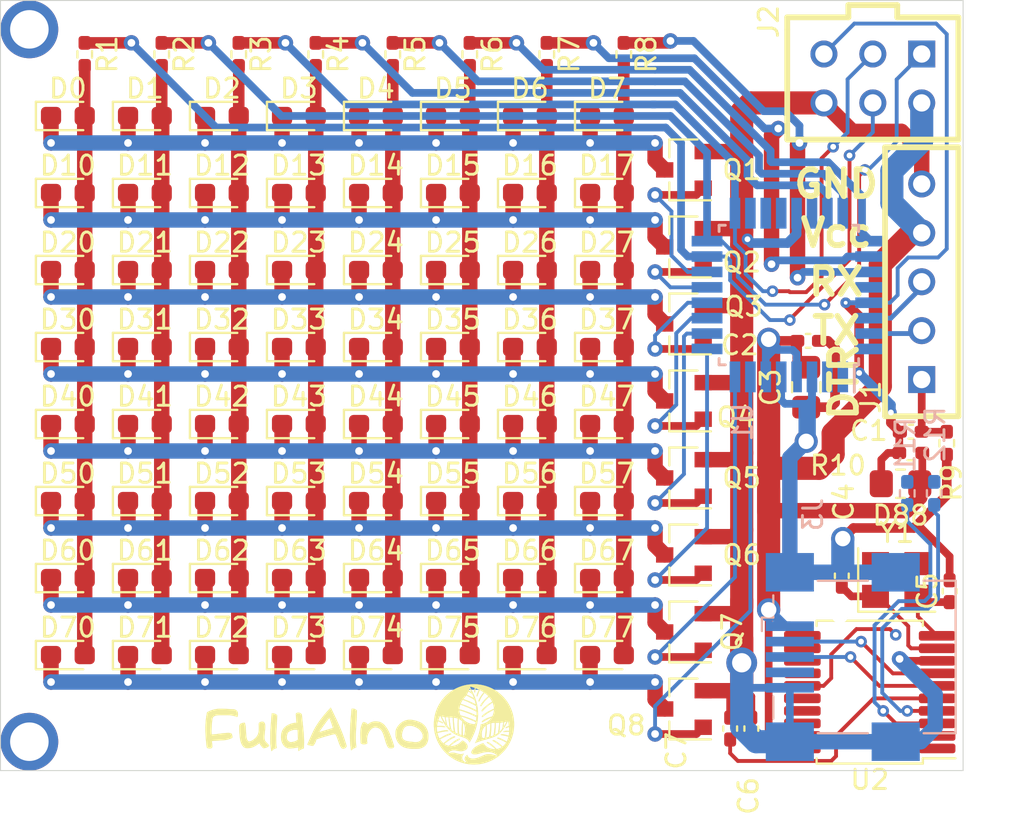
<source format=kicad_pcb>
(kicad_pcb (version 20171130) (host pcbnew 5.1.7-a382d34a8~88~ubuntu18.04.1)
  (layers (0 F.Cu signal) (31 B.Cu signal) (34 B.Paste user) (35 F.Paste user) (36 B.SilkS user) (37 F.SilkS user) (38 B.Mask user) (39 F.Mask user) (44 Edge.Cuts user))
  (net 0 "")
  (net 1 "Net-(C1-Pad2)")
  (net 2 "Net-(C1-Pad1)")
  (net 3 +5V)
  (net 4 GND)
  (net 5 "Net-(D10-Pad1)")
  (net 6 "Net-(J3-Pad4)")
  (net 7 C0)
  (net 8 C1)
  (net 9 C2)
  (net 10 C3)
  (net 11 C4)
  (net 12 C5)
  (net 13 C6)
  (net 14 C7)
  (net 15 "Net-(U1-Pad32)")
  (net 16 "Net-(U1-Pad22)")
  (net 17 "Net-(U1-Pad20)")
  (net 18 "Net-(U1-Pad19)")
  (net 19 "Net-(U1-Pad18)")
  (net 20 "Net-(U1-Pad2)")
  (net 21 "Net-(U1-Pad1)")
  (net 22 "Net-(U1-Pad28)")
  (net 23 R0)
  (net 24 R1)
  (net 25 R2)
  (net 26 R3)
  (net 27 R4)
  (net 28 R5)
  (net 29 R6)
  (net 30 R7)
  (net 31 "Net-(D20-Pad1)")
  (net 32 "Net-(D30-Pad1)")
  (net 33 "Net-(D40-Pad1)")
  (net 34 "Net-(D50-Pad1)")
  (net 35 "Net-(D0-Pad2)")
  (net 36 "Net-(D0-Pad1)")
  (net 37 "Net-(D1-Pad2)")
  (net 38 "Net-(D12-Pad2)")
  (net 39 "Net-(D13-Pad2)")
  (net 40 "Net-(D14-Pad2)")
  (net 41 "Net-(D15-Pad2)")
  (net 42 "Net-(D16-Pad2)")
  (net 43 "Net-(D17-Pad2)")
  (net 44 "Net-(D60-Pad1)")
  (net 45 "Net-(D70-Pad1)")
  (net 46 "Net-(C4-Pad1)")
  (net 47 "Net-(C5-Pad1)")
  (net 48 "Net-(C7-Pad1)")
  (net 49 Rx)
  (net 50 Tx)
  (net 51 D+)
  (net 52 D-)
  (net 53 "Net-(R11-Pad1)")
  (net 54 "Net-(R12-Pad1)")
  (net 55 "Net-(U2-Pad20)")
  (net 56 "Net-(U2-Pad18)")
  (net 57 "Net-(U2-Pad17)")
  (net 58 "Net-(U2-Pad16)")
  (net 59 "Net-(U2-Pad14)")
  (net 60 "Net-(U2-Pad13)")
  (net 61 "Net-(U2-Pad12)")
  (net 62 "Net-(U2-Pad11)")
  (net 63 "Net-(U2-Pad2)")
  (net 64 "Net-(U2-Pad1)")
  (module Crystal:Crystal_SMD_Abracon_ABM8G-4Pin_3.2x2.5mm (layer F.Cu) (at 146.55 120.1)
    (fp_text reference Y1 (at 0 -2.45) (layer F.SilkS))
    (fp_text value Crystal)
    (pad 4 smd rect (at -1.1 -0.85) (size 1.4 1.2) (layers F.Cu F.Paste F.Mask))
    (pad 3 smd rect (at 1.1 -0.85) (size 1.4 1.2) (layers F.Cu F.Paste F.Mask))
    (pad 2 smd rect (at 1.1 0.85) (size 1.4 1.2) (layers F.Cu F.Paste F.Mask) (net 47 "Net-(C5-Pad1)"))
    (pad 1 smd rect (at -1.1 0.85) (size 1.4 1.2) (layers F.Cu F.Paste F.Mask) (net 46 "Net-(C4-Pad1)"))
  )
  (module Package_SO:SSOP-20_5.3x7.2mm_P0.65mm (layer F.Cu) (at 145.15 125.925 180)
    (fp_text reference U2 (at 0 -4.55) (layer F.SilkS))
    (fp_text value CH340T)
    (pad 20 smd roundrect (at 3.5 -2.925 180) (size 1.9 0.5) (layers F.Cu F.Paste F.Mask) (net 55 "Net-(U2-Pad20)"))
    (pad 19 smd roundrect (at 3.5 -2.275 180) (size 1.9 0.5) (layers F.Cu F.Paste F.Mask) (net 3 +5V))
    (pad 18 smd roundrect (at 3.5 -1.625 180) (size 1.9 0.5) (layers F.Cu F.Paste F.Mask) (net 56 "Net-(U2-Pad18)"))
    (pad 17 smd roundrect (at 3.5 -0.975 180) (size 1.9 0.5) (layers F.Cu F.Paste F.Mask) (net 57 "Net-(U2-Pad17)"))
    (pad 16 smd roundrect (at 3.5 -0.325 180) (size 1.9 0.5) (layers F.Cu F.Paste F.Mask) (net 58 "Net-(U2-Pad16)"))
    (pad 15 smd roundrect (at 3.5 0.325 180) (size 1.9 0.5) (layers F.Cu F.Paste F.Mask) (net 2 "Net-(C1-Pad1)"))
    (pad 14 smd roundrect (at 3.5 0.975 180) (size 1.9 0.5) (layers F.Cu F.Paste F.Mask) (net 59 "Net-(U2-Pad14)"))
    (pad 13 smd roundrect (at 3.5 1.625 180) (size 1.9 0.5) (layers F.Cu F.Paste F.Mask) (net 60 "Net-(U2-Pad13)"))
    (pad 12 smd roundrect (at 3.5 2.275 180) (size 1.9 0.5) (layers F.Cu F.Paste F.Mask) (net 61 "Net-(U2-Pad12)"))
    (pad 11 smd roundrect (at 3.5 2.925 180) (size 1.9 0.5) (layers F.Cu F.Paste F.Mask) (net 62 "Net-(U2-Pad11)"))
    (pad 10 smd roundrect (at -3.5 2.925 180) (size 1.9 0.5) (layers F.Cu F.Paste F.Mask) (net 47 "Net-(C5-Pad1)"))
    (pad 9 smd roundrect (at -3.5 2.275 180) (size 1.9 0.5) (layers F.Cu F.Paste F.Mask) (net 46 "Net-(C4-Pad1)"))
    (pad 8 smd roundrect (at -3.5 1.625 180) (size 1.9 0.5) (layers F.Cu F.Paste F.Mask) (net 4 GND))
    (pad 7 smd roundrect (at -3.5 0.975 180) (size 1.9 0.5) (layers F.Cu F.Paste F.Mask) (net 52 D-))
    (pad 6 smd roundrect (at -3.5 0.325 180) (size 1.9 0.5) (layers F.Cu F.Paste F.Mask) (net 51 D+))
    (pad 5 smd roundrect (at -3.5 -0.325 180) (size 1.9 0.5) (layers F.Cu F.Paste F.Mask) (net 48 "Net-(C7-Pad1)"))
    (pad 4 smd roundrect (at -3.5 -0.975 180) (size 1.9 0.5) (layers F.Cu F.Paste F.Mask) (net 54 "Net-(R12-Pad1)"))
    (pad 3 smd roundrect (at -3.5 -1.625 180) (size 1.9 0.5) (layers F.Cu F.Paste F.Mask) (net 53 "Net-(R11-Pad1)"))
    (pad 2 smd roundrect (at -3.5 -2.275 180) (size 1.9 0.5) (layers F.Cu F.Paste F.Mask) (net 63 "Net-(U2-Pad2)"))
    (pad 1 smd roundrect (at -3.5 -2.925 180) (size 1.9 0.5) (layers F.Cu F.Paste F.Mask) (net 64 "Net-(U2-Pad1)"))
  )
  (module Resistor_SMD:R_0402_1005Metric_Pad0.72x0.64mm_HandSolder (layer B.Cu) (at 148.5 115.6025 90)
    (fp_text reference R12 (at 3.0525 0.05 270) (layer B.SilkS) (effects (justify mirror)))
    (fp_text value 1k)
    (pad 2 smd roundrect (at 0.5975 0 90) (size 0.715 0.64) (layers B.Cu B.Paste B.Mask) (net 50 Tx))
    (pad 1 smd roundrect (at -0.5975 0 90) (size 0.715 0.64) (layers B.Cu B.Paste B.Mask) (net 54 "Net-(R12-Pad1)"))
  )
  (module Resistor_SMD:R_0402_1005Metric_Pad0.72x0.64mm_HandSolder (layer B.Cu) (at 147.1 115.6025 90)
    (fp_text reference R11 (at 2.5025 -0.1 270) (layer B.SilkS) (effects (justify mirror)))
    (fp_text value 1k)
    (pad 2 smd roundrect (at 0.5975 0 90) (size 0.715 0.64) (layers B.Cu B.Paste B.Mask) (net 49 Rx))
    (pad 1 smd roundrect (at -0.5975 0 90) (size 0.715 0.64) (layers B.Cu B.Paste B.Mask) (net 53 "Net-(R11-Pad1)"))
  )
  (module Capacitor_SMD:C_0402_1005Metric_Pad0.74x0.62mm_HandSolder (layer F.Cu) (at 137.9 127.8175 90)
    (fp_text reference C7 (at -1.15 -2.8 90) (layer F.SilkS))
    (fp_text value 100nF)
    (pad 2 smd roundrect (at 0.5675 0 90) (size 0.735 0.62) (layers F.Cu F.Paste F.Mask) (net 4 GND))
    (pad 1 smd roundrect (at -0.5675 0 90) (size 0.735 0.62) (layers F.Cu F.Paste F.Mask) (net 48 "Net-(C7-Pad1)"))
  )
  (module Capacitor_SMD:C_0402_1005Metric_Pad0.74x0.62mm_HandSolder (layer F.Cu) (at 139 127.8175 90)
    (fp_text reference C6 (at -3.5 -0.15 90) (layer F.SilkS))
    (fp_text value 100nF)
    (pad 2 smd roundrect (at 0.5675 0 90) (size 0.735 0.62) (layers F.Cu F.Paste F.Mask) (net 4 GND))
    (pad 1 smd roundrect (at -0.5675 0 90) (size 0.735 0.62) (layers F.Cu F.Paste F.Mask) (net 3 +5V))
  )
  (module Capacitor_SMD:C_0402_1005Metric_Pad0.74x0.62mm_HandSolder (layer F.Cu) (at 149.3 120.6825 90)
    (fp_text reference C5 (at 0 -1.16 90) (layer F.SilkS))
    (fp_text value 22pF)
    (pad 2 smd roundrect (at 0.5675 0 90) (size 0.735 0.62) (layers F.Cu F.Paste F.Mask) (net 4 GND))
    (pad 1 smd roundrect (at -0.5675 0 90) (size 0.735 0.62) (layers F.Cu F.Paste F.Mask) (net 47 "Net-(C5-Pad1)"))
  )
  (module Capacitor_SMD:C_0402_1005Metric_Pad0.74x0.62mm_HandSolder (layer F.Cu) (at 143.7 119.8825 90)
    (fp_text reference C4 (at 3.8325 0.1 90) (layer F.SilkS))
    (fp_text value 22pF)
    (pad 2 smd roundrect (at 0.5675 0 90) (size 0.735 0.62) (layers F.Cu F.Paste F.Mask) (net 4 GND))
    (pad 1 smd roundrect (at -0.5675 0 90) (size 0.735 0.62) (layers F.Cu F.Paste F.Mask) (net 46 "Net-(C4-Pad1)"))
  )
  (module Yves_footprints:Arduino_Pro_Mini_Serial_Connector (layer F.Cu) (at 147.85 113.5 180)
    (fp_text reference J1 (at 2.65 2.9 90) (layer F.SilkS))
    (fp_text value Conn_01x05_Male)
    (fp_text user GND (at 4.445 13.97) (layer F.SilkS) (effects (font (size 1.4 1.4) (thickness 0.3))))
    (fp_text user Vcc (at 4.445 11.43) (layer F.SilkS) (effects (font (size 1.4 1.4) (thickness 0.3))))
    (fp_text user RX (at 4.445 8.89) (layer F.SilkS) (effects (font (size 1.4 1.4) (thickness 0.3))))
    (fp_text user TX (at 4.445 6.35) (layer F.SilkS) (effects (font (size 1.4 1.4) (thickness 0.3))))
    (fp_text user DTR (at 4.05 3.7 90) (layer F.SilkS) (effects (font (size 1.4 1.4) (thickness 0.3))))
    (pad 5 thru_hole circle (at 0 13.97 180) (size 1.4 1.4) (drill 0.9) (layers *.Cu *.Mask) (net 4 GND))
    (pad 4 thru_hole circle (at 0 11.43 180) (size 1.4 1.4) (drill 0.9) (layers *.Cu *.Mask) (net 3 +5V))
    (pad 3 thru_hole circle (at 0 8.89 180) (size 1.4 1.4) (drill 0.9) (layers *.Cu *.Mask) (net 49 Rx))
    (pad 2 thru_hole circle (at 0 6.35 180) (size 1.4 1.4) (drill 0.9) (layers *.Cu *.Mask) (net 50 Tx))
    (pad 1 thru_hole rect (at 0 3.81 180) (size 1.4 1.4) (drill 0.9) (layers *.Cu *.Mask) (net 2 "Net-(C1-Pad1)"))
  )
  (module Yves_footprints:AVR_ISP_6Pin_Connector (layer F.Cu) (at 152.93 94.05 270)
    (fp_text reference J2 (at -2.95 13.03 90) (layer F.SilkS))
    (fp_text value AVR-ISP-6)
    (pad 6 thru_hole circle (at 1.27 10.16 270) (size 1.4 1.4) (drill 0.9) (layers *.Cu *.Mask) (net 4 GND))
    (pad 5 thru_hole circle (at -1.27 10.16 270) (size 1.4 1.4) (drill 0.9) (layers *.Cu *.Mask) (net 1 "Net-(C1-Pad2)"))
    (pad 4 thru_hole circle (at 1.27 7.62 270) (size 1.4 1.4) (drill 0.9) (layers *.Cu *.Mask) (net 7 C0))
    (pad 3 thru_hole circle (at -1.27 7.62 270) (size 1.4 1.4) (drill 0.9) (layers *.Cu *.Mask) (net 9 C2))
    (pad 2 thru_hole circle (at 1.27 5.08 270) (size 1.4 1.4) (drill 0.9) (layers *.Cu *.Mask) (net 3 +5V))
    (pad 1 thru_hole rect (at -1.27 5.08 270) (size 1.4 1.4) (drill 0.9) (layers *.Cu *.Mask) (net 8 C1))
  )
  (module Logo:Fuldaino_Logo_5mm (layer F.Cu) (at 118.8 127.621)
    (fp_text reference G*** hide)
    (fp_text value LOGO hide)
  )
  (module Resistor_SMD:R_0805_2012Metric_Pad1.20x1.40mm_HandSolder (layer F.Cu) (at 146.75 115.1 180)
    (fp_text reference D88 (at 0 -1.65) (layer F.SilkS))
    (fp_text value D)
    (pad 2 smd roundrect (at 1 0 180) (size 1.2 1.4) (layers F.Cu F.Paste F.Mask) (roundrect_rratio 0.2083325) (net 1 "Net-(C1-Pad2)"))
    (pad 1 smd roundrect (at -1 0 180) (size 1.2 1.4) (layers F.Cu F.Paste F.Mask) (roundrect_rratio 0.2083325) (net 3 +5V))
  )
  (module LED_SMD:LED_0603_1608Metric_Pad1.05x0.95mm_HandSolder (layer F.Cu) (at 131.5 124)
    (fp_text reference D77 (at 0 -1.43) (layer F.SilkS))
    (fp_text value LED)
    (pad 2 smd roundrect (at 0.875 0) (size 1.05 0.95) (layers F.Cu F.Paste F.Mask) (net 43 "Net-(D17-Pad2)"))
    (pad 1 smd roundrect (at -0.875 0) (size 1.05 0.95) (layers F.Cu F.Paste F.Mask) (net 45 "Net-(D70-Pad1)"))
  )
  (module LED_SMD:LED_0603_1608Metric_Pad1.05x0.95mm_HandSolder (layer F.Cu) (at 131.5 120)
    (fp_text reference D67 (at 0 -1.43) (layer F.SilkS))
    (fp_text value LED)
    (pad 2 smd roundrect (at 0.875 0) (size 1.05 0.95) (layers F.Cu F.Paste F.Mask) (net 43 "Net-(D17-Pad2)"))
    (pad 1 smd roundrect (at -0.875 0) (size 1.05 0.95) (layers F.Cu F.Paste F.Mask) (net 44 "Net-(D60-Pad1)"))
  )
  (module LED_SMD:LED_0603_1608Metric_Pad1.05x0.95mm_HandSolder (layer F.Cu) (at 131.5 116)
    (fp_text reference D57 (at 0 -1.43) (layer F.SilkS))
    (fp_text value LED)
    (pad 2 smd roundrect (at 0.875 0) (size 1.05 0.95) (layers F.Cu F.Paste F.Mask) (net 43 "Net-(D17-Pad2)"))
    (pad 1 smd roundrect (at -0.875 0) (size 1.05 0.95) (layers F.Cu F.Paste F.Mask) (net 34 "Net-(D50-Pad1)"))
  )
  (module LED_SMD:LED_0603_1608Metric_Pad1.05x0.95mm_HandSolder (layer F.Cu) (at 131.5 112)
    (fp_text reference D47 (at 0 -1.43) (layer F.SilkS))
    (fp_text value LED)
    (pad 2 smd roundrect (at 0.875 0) (size 1.05 0.95) (layers F.Cu F.Paste F.Mask) (net 43 "Net-(D17-Pad2)"))
    (pad 1 smd roundrect (at -0.875 0) (size 1.05 0.95) (layers F.Cu F.Paste F.Mask) (net 33 "Net-(D40-Pad1)"))
  )
  (module LED_SMD:LED_0603_1608Metric_Pad1.05x0.95mm_HandSolder (layer F.Cu) (at 131.5 108)
    (fp_text reference D37 (at 0 -1.43) (layer F.SilkS))
    (fp_text value LED)
    (pad 2 smd roundrect (at 0.875 0) (size 1.05 0.95) (layers F.Cu F.Paste F.Mask) (net 43 "Net-(D17-Pad2)"))
    (pad 1 smd roundrect (at -0.875 0) (size 1.05 0.95) (layers F.Cu F.Paste F.Mask) (net 32 "Net-(D30-Pad1)"))
  )
  (module LED_SMD:LED_0603_1608Metric_Pad1.05x0.95mm_HandSolder (layer F.Cu) (at 131.5 104)
    (fp_text reference D27 (at 0 -1.43) (layer F.SilkS))
    (fp_text value LED)
    (pad 2 smd roundrect (at 0.875 0) (size 1.05 0.95) (layers F.Cu F.Paste F.Mask) (net 43 "Net-(D17-Pad2)"))
    (pad 1 smd roundrect (at -0.875 0) (size 1.05 0.95) (layers F.Cu F.Paste F.Mask) (net 31 "Net-(D20-Pad1)"))
  )
  (module LED_SMD:LED_0603_1608Metric_Pad1.05x0.95mm_HandSolder (layer F.Cu) (at 131.5 100)
    (fp_text reference D17 (at 0 -1.43) (layer F.SilkS))
    (fp_text value LED)
    (pad 2 smd roundrect (at 0.875 0) (size 1.05 0.95) (layers F.Cu F.Paste F.Mask) (net 43 "Net-(D17-Pad2)"))
    (pad 1 smd roundrect (at -0.875 0) (size 1.05 0.95) (layers F.Cu F.Paste F.Mask) (net 5 "Net-(D10-Pad1)"))
  )
  (module LED_SMD:LED_0603_1608Metric_Pad1.05x0.95mm_HandSolder (layer F.Cu) (at 131.5 96)
    (fp_text reference D7 (at 0 -1.43) (layer F.SilkS))
    (fp_text value LED)
    (pad 2 smd roundrect (at 0.875 0) (size 1.05 0.95) (layers F.Cu F.Paste F.Mask) (net 43 "Net-(D17-Pad2)"))
    (pad 1 smd roundrect (at -0.875 0) (size 1.05 0.95) (layers F.Cu F.Paste F.Mask) (net 36 "Net-(D0-Pad1)"))
  )
  (module LED_SMD:LED_0603_1608Metric_Pad1.05x0.95mm_HandSolder (layer F.Cu) (at 127.5 124)
    (fp_text reference D76 (at 0 -1.43) (layer F.SilkS))
    (fp_text value LED)
    (pad 2 smd roundrect (at 0.875 0) (size 1.05 0.95) (layers F.Cu F.Paste F.Mask) (net 42 "Net-(D16-Pad2)"))
    (pad 1 smd roundrect (at -0.875 0) (size 1.05 0.95) (layers F.Cu F.Paste F.Mask) (net 45 "Net-(D70-Pad1)"))
  )
  (module LED_SMD:LED_0603_1608Metric_Pad1.05x0.95mm_HandSolder (layer F.Cu) (at 127.5 120)
    (fp_text reference D66 (at 0 -1.43) (layer F.SilkS))
    (fp_text value LED)
    (pad 2 smd roundrect (at 0.875 0) (size 1.05 0.95) (layers F.Cu F.Paste F.Mask) (net 42 "Net-(D16-Pad2)"))
    (pad 1 smd roundrect (at -0.875 0) (size 1.05 0.95) (layers F.Cu F.Paste F.Mask) (net 44 "Net-(D60-Pad1)"))
  )
  (module LED_SMD:LED_0603_1608Metric_Pad1.05x0.95mm_HandSolder (layer F.Cu) (at 127.5 116)
    (fp_text reference D56 (at 0 -1.43) (layer F.SilkS))
    (fp_text value LED)
    (pad 2 smd roundrect (at 0.875 0) (size 1.05 0.95) (layers F.Cu F.Paste F.Mask) (net 42 "Net-(D16-Pad2)"))
    (pad 1 smd roundrect (at -0.875 0) (size 1.05 0.95) (layers F.Cu F.Paste F.Mask) (net 34 "Net-(D50-Pad1)"))
  )
  (module LED_SMD:LED_0603_1608Metric_Pad1.05x0.95mm_HandSolder (layer F.Cu) (at 127.5 112)
    (fp_text reference D46 (at 0 -1.43) (layer F.SilkS))
    (fp_text value LED)
    (pad 2 smd roundrect (at 0.875 0) (size 1.05 0.95) (layers F.Cu F.Paste F.Mask) (net 42 "Net-(D16-Pad2)"))
    (pad 1 smd roundrect (at -0.875 0) (size 1.05 0.95) (layers F.Cu F.Paste F.Mask) (net 33 "Net-(D40-Pad1)"))
  )
  (module LED_SMD:LED_0603_1608Metric_Pad1.05x0.95mm_HandSolder (layer F.Cu) (at 127.5 108)
    (fp_text reference D36 (at 0 -1.43) (layer F.SilkS))
    (fp_text value LED)
    (pad 2 smd roundrect (at 0.875 0) (size 1.05 0.95) (layers F.Cu F.Paste F.Mask) (net 42 "Net-(D16-Pad2)"))
    (pad 1 smd roundrect (at -0.875 0) (size 1.05 0.95) (layers F.Cu F.Paste F.Mask) (net 32 "Net-(D30-Pad1)"))
  )
  (module LED_SMD:LED_0603_1608Metric_Pad1.05x0.95mm_HandSolder (layer F.Cu) (at 127.5 104)
    (fp_text reference D26 (at 0 -1.43) (layer F.SilkS))
    (fp_text value LED)
    (pad 2 smd roundrect (at 0.875 0) (size 1.05 0.95) (layers F.Cu F.Paste F.Mask) (net 42 "Net-(D16-Pad2)"))
    (pad 1 smd roundrect (at -0.875 0) (size 1.05 0.95) (layers F.Cu F.Paste F.Mask) (net 31 "Net-(D20-Pad1)"))
  )
  (module LED_SMD:LED_0603_1608Metric_Pad1.05x0.95mm_HandSolder (layer F.Cu) (at 127.5 100)
    (fp_text reference D16 (at 0 -1.43) (layer F.SilkS))
    (fp_text value LED)
    (pad 2 smd roundrect (at 0.875 0) (size 1.05 0.95) (layers F.Cu F.Paste F.Mask) (net 42 "Net-(D16-Pad2)"))
    (pad 1 smd roundrect (at -0.875 0) (size 1.05 0.95) (layers F.Cu F.Paste F.Mask) (net 5 "Net-(D10-Pad1)"))
  )
  (module LED_SMD:LED_0603_1608Metric_Pad1.05x0.95mm_HandSolder (layer F.Cu) (at 127.5 96)
    (fp_text reference D6 (at 0 -1.43) (layer F.SilkS))
    (fp_text value LED)
    (pad 2 smd roundrect (at 0.875 0) (size 1.05 0.95) (layers F.Cu F.Paste F.Mask) (net 42 "Net-(D16-Pad2)"))
    (pad 1 smd roundrect (at -0.875 0) (size 1.05 0.95) (layers F.Cu F.Paste F.Mask) (net 36 "Net-(D0-Pad1)"))
  )
  (module LED_SMD:LED_0603_1608Metric_Pad1.05x0.95mm_HandSolder (layer F.Cu) (at 123.5 124)
    (fp_text reference D75 (at 0 -1.43) (layer F.SilkS))
    (fp_text value LED)
    (pad 2 smd roundrect (at 0.875 0) (size 1.05 0.95) (layers F.Cu F.Paste F.Mask) (net 41 "Net-(D15-Pad2)"))
    (pad 1 smd roundrect (at -0.875 0) (size 1.05 0.95) (layers F.Cu F.Paste F.Mask) (net 45 "Net-(D70-Pad1)"))
  )
  (module LED_SMD:LED_0603_1608Metric_Pad1.05x0.95mm_HandSolder (layer F.Cu) (at 123.5 120)
    (fp_text reference D65 (at 0 -1.43) (layer F.SilkS))
    (fp_text value LED)
    (pad 2 smd roundrect (at 0.875 0) (size 1.05 0.95) (layers F.Cu F.Paste F.Mask) (net 41 "Net-(D15-Pad2)"))
    (pad 1 smd roundrect (at -0.875 0) (size 1.05 0.95) (layers F.Cu F.Paste F.Mask) (net 44 "Net-(D60-Pad1)"))
  )
  (module LED_SMD:LED_0603_1608Metric_Pad1.05x0.95mm_HandSolder (layer F.Cu) (at 123.5 116)
    (fp_text reference D55 (at 0 -1.43) (layer F.SilkS))
    (fp_text value LED)
    (pad 2 smd roundrect (at 0.875 0) (size 1.05 0.95) (layers F.Cu F.Paste F.Mask) (net 41 "Net-(D15-Pad2)"))
    (pad 1 smd roundrect (at -0.875 0) (size 1.05 0.95) (layers F.Cu F.Paste F.Mask) (net 34 "Net-(D50-Pad1)"))
  )
  (module LED_SMD:LED_0603_1608Metric_Pad1.05x0.95mm_HandSolder (layer F.Cu) (at 123.5 112)
    (fp_text reference D45 (at 0 -1.43) (layer F.SilkS))
    (fp_text value LED)
    (pad 2 smd roundrect (at 0.875 0) (size 1.05 0.95) (layers F.Cu F.Paste F.Mask) (net 41 "Net-(D15-Pad2)"))
    (pad 1 smd roundrect (at -0.875 0) (size 1.05 0.95) (layers F.Cu F.Paste F.Mask) (net 33 "Net-(D40-Pad1)"))
  )
  (module LED_SMD:LED_0603_1608Metric_Pad1.05x0.95mm_HandSolder (layer F.Cu) (at 123.5 108)
    (fp_text reference D35 (at 0 -1.43) (layer F.SilkS))
    (fp_text value LED)
    (pad 2 smd roundrect (at 0.875 0) (size 1.05 0.95) (layers F.Cu F.Paste F.Mask) (net 41 "Net-(D15-Pad2)"))
    (pad 1 smd roundrect (at -0.875 0) (size 1.05 0.95) (layers F.Cu F.Paste F.Mask) (net 32 "Net-(D30-Pad1)"))
  )
  (module LED_SMD:LED_0603_1608Metric_Pad1.05x0.95mm_HandSolder (layer F.Cu) (at 123.5 104)
    (fp_text reference D25 (at 0 -1.43) (layer F.SilkS))
    (fp_text value LED)
    (pad 2 smd roundrect (at 0.875 0) (size 1.05 0.95) (layers F.Cu F.Paste F.Mask) (net 41 "Net-(D15-Pad2)"))
    (pad 1 smd roundrect (at -0.875 0) (size 1.05 0.95) (layers F.Cu F.Paste F.Mask) (net 31 "Net-(D20-Pad1)"))
  )
  (module LED_SMD:LED_0603_1608Metric_Pad1.05x0.95mm_HandSolder (layer F.Cu) (at 123.5 100)
    (fp_text reference D15 (at 0 -1.43) (layer F.SilkS))
    (fp_text value LED)
    (pad 2 smd roundrect (at 0.875 0) (size 1.05 0.95) (layers F.Cu F.Paste F.Mask) (net 41 "Net-(D15-Pad2)"))
    (pad 1 smd roundrect (at -0.875 0) (size 1.05 0.95) (layers F.Cu F.Paste F.Mask) (net 5 "Net-(D10-Pad1)"))
  )
  (module LED_SMD:LED_0603_1608Metric_Pad1.05x0.95mm_HandSolder (layer F.Cu) (at 123.5 96)
    (fp_text reference D5 (at 0 -1.43) (layer F.SilkS))
    (fp_text value LED)
    (pad 2 smd roundrect (at 0.875 0) (size 1.05 0.95) (layers F.Cu F.Paste F.Mask) (net 41 "Net-(D15-Pad2)"))
    (pad 1 smd roundrect (at -0.875 0) (size 1.05 0.95) (layers F.Cu F.Paste F.Mask) (net 36 "Net-(D0-Pad1)"))
  )
  (module LED_SMD:LED_0603_1608Metric_Pad1.05x0.95mm_HandSolder (layer F.Cu) (at 119.5 124)
    (fp_text reference D74 (at 0 -1.43) (layer F.SilkS))
    (fp_text value LED)
    (pad 2 smd roundrect (at 0.875 0) (size 1.05 0.95) (layers F.Cu F.Paste F.Mask) (net 40 "Net-(D14-Pad2)"))
    (pad 1 smd roundrect (at -0.875 0) (size 1.05 0.95) (layers F.Cu F.Paste F.Mask) (net 45 "Net-(D70-Pad1)"))
  )
  (module LED_SMD:LED_0603_1608Metric_Pad1.05x0.95mm_HandSolder (layer F.Cu) (at 119.5 120)
    (fp_text reference D64 (at 0 -1.43) (layer F.SilkS))
    (fp_text value LED)
    (pad 2 smd roundrect (at 0.875 0) (size 1.05 0.95) (layers F.Cu F.Paste F.Mask) (net 40 "Net-(D14-Pad2)"))
    (pad 1 smd roundrect (at -0.875 0) (size 1.05 0.95) (layers F.Cu F.Paste F.Mask) (net 44 "Net-(D60-Pad1)"))
  )
  (module LED_SMD:LED_0603_1608Metric_Pad1.05x0.95mm_HandSolder (layer F.Cu) (at 119.5 116)
    (fp_text reference D54 (at 0 -1.43) (layer F.SilkS))
    (fp_text value LED)
    (pad 2 smd roundrect (at 0.875 0) (size 1.05 0.95) (layers F.Cu F.Paste F.Mask) (net 40 "Net-(D14-Pad2)"))
    (pad 1 smd roundrect (at -0.875 0) (size 1.05 0.95) (layers F.Cu F.Paste F.Mask) (net 34 "Net-(D50-Pad1)"))
  )
  (module LED_SMD:LED_0603_1608Metric_Pad1.05x0.95mm_HandSolder (layer F.Cu) (at 119.5 112)
    (fp_text reference D44 (at 0 -1.43) (layer F.SilkS))
    (fp_text value LED)
    (pad 2 smd roundrect (at 0.875 0) (size 1.05 0.95) (layers F.Cu F.Paste F.Mask) (net 40 "Net-(D14-Pad2)"))
    (pad 1 smd roundrect (at -0.875 0) (size 1.05 0.95) (layers F.Cu F.Paste F.Mask) (net 33 "Net-(D40-Pad1)"))
  )
  (module LED_SMD:LED_0603_1608Metric_Pad1.05x0.95mm_HandSolder (layer F.Cu) (at 119.5 108)
    (fp_text reference D34 (at 0 -1.43) (layer F.SilkS))
    (fp_text value LED)
    (pad 2 smd roundrect (at 0.875 0) (size 1.05 0.95) (layers F.Cu F.Paste F.Mask) (net 40 "Net-(D14-Pad2)"))
    (pad 1 smd roundrect (at -0.875 0) (size 1.05 0.95) (layers F.Cu F.Paste F.Mask) (net 32 "Net-(D30-Pad1)"))
  )
  (module LED_SMD:LED_0603_1608Metric_Pad1.05x0.95mm_HandSolder (layer F.Cu) (at 119.5 104)
    (fp_text reference D24 (at 0 -1.43) (layer F.SilkS))
    (fp_text value LED)
    (pad 2 smd roundrect (at 0.875 0) (size 1.05 0.95) (layers F.Cu F.Paste F.Mask) (net 40 "Net-(D14-Pad2)"))
    (pad 1 smd roundrect (at -0.875 0) (size 1.05 0.95) (layers F.Cu F.Paste F.Mask) (net 31 "Net-(D20-Pad1)"))
  )
  (module LED_SMD:LED_0603_1608Metric_Pad1.05x0.95mm_HandSolder (layer F.Cu) (at 119.5 100)
    (fp_text reference D14 (at 0 -1.43) (layer F.SilkS))
    (fp_text value LED)
    (pad 2 smd roundrect (at 0.875 0) (size 1.05 0.95) (layers F.Cu F.Paste F.Mask) (net 40 "Net-(D14-Pad2)"))
    (pad 1 smd roundrect (at -0.875 0) (size 1.05 0.95) (layers F.Cu F.Paste F.Mask) (net 5 "Net-(D10-Pad1)"))
  )
  (module LED_SMD:LED_0603_1608Metric_Pad1.05x0.95mm_HandSolder (layer F.Cu) (at 119.5 96)
    (fp_text reference D4 (at 0 -1.43) (layer F.SilkS))
    (fp_text value LED)
    (pad 2 smd roundrect (at 0.875 0) (size 1.05 0.95) (layers F.Cu F.Paste F.Mask) (net 40 "Net-(D14-Pad2)"))
    (pad 1 smd roundrect (at -0.875 0) (size 1.05 0.95) (layers F.Cu F.Paste F.Mask) (net 36 "Net-(D0-Pad1)"))
  )
  (module LED_SMD:LED_0603_1608Metric_Pad1.05x0.95mm_HandSolder (layer F.Cu) (at 115.5 124)
    (fp_text reference D73 (at 0 -1.43) (layer F.SilkS))
    (fp_text value LED)
    (pad 2 smd roundrect (at 0.875 0) (size 1.05 0.95) (layers F.Cu F.Paste F.Mask) (net 39 "Net-(D13-Pad2)"))
    (pad 1 smd roundrect (at -0.875 0) (size 1.05 0.95) (layers F.Cu F.Paste F.Mask) (net 45 "Net-(D70-Pad1)"))
  )
  (module LED_SMD:LED_0603_1608Metric_Pad1.05x0.95mm_HandSolder (layer F.Cu) (at 115.5 120)
    (fp_text reference D63 (at 0 -1.43) (layer F.SilkS))
    (fp_text value LED)
    (pad 2 smd roundrect (at 0.875 0) (size 1.05 0.95) (layers F.Cu F.Paste F.Mask) (net 39 "Net-(D13-Pad2)"))
    (pad 1 smd roundrect (at -0.875 0) (size 1.05 0.95) (layers F.Cu F.Paste F.Mask) (net 44 "Net-(D60-Pad1)"))
  )
  (module LED_SMD:LED_0603_1608Metric_Pad1.05x0.95mm_HandSolder (layer F.Cu) (at 115.5 116)
    (fp_text reference D53 (at 0 -1.43) (layer F.SilkS))
    (fp_text value LED)
    (pad 2 smd roundrect (at 0.875 0) (size 1.05 0.95) (layers F.Cu F.Paste F.Mask) (net 39 "Net-(D13-Pad2)"))
    (pad 1 smd roundrect (at -0.875 0) (size 1.05 0.95) (layers F.Cu F.Paste F.Mask) (net 34 "Net-(D50-Pad1)"))
  )
  (module LED_SMD:LED_0603_1608Metric_Pad1.05x0.95mm_HandSolder (layer F.Cu) (at 115.5 112)
    (fp_text reference D43 (at 0 -1.43) (layer F.SilkS))
    (fp_text value LED)
    (pad 2 smd roundrect (at 0.875 0) (size 1.05 0.95) (layers F.Cu F.Paste F.Mask) (net 39 "Net-(D13-Pad2)"))
    (pad 1 smd roundrect (at -0.875 0) (size 1.05 0.95) (layers F.Cu F.Paste F.Mask) (net 33 "Net-(D40-Pad1)"))
  )
  (module LED_SMD:LED_0603_1608Metric_Pad1.05x0.95mm_HandSolder (layer F.Cu) (at 115.5 108)
    (fp_text reference D33 (at 0 -1.43) (layer F.SilkS))
    (fp_text value LED)
    (pad 2 smd roundrect (at 0.875 0) (size 1.05 0.95) (layers F.Cu F.Paste F.Mask) (net 39 "Net-(D13-Pad2)"))
    (pad 1 smd roundrect (at -0.875 0) (size 1.05 0.95) (layers F.Cu F.Paste F.Mask) (net 32 "Net-(D30-Pad1)"))
  )
  (module LED_SMD:LED_0603_1608Metric_Pad1.05x0.95mm_HandSolder (layer F.Cu) (at 115.5 104)
    (fp_text reference D23 (at 0 -1.43) (layer F.SilkS))
    (fp_text value LED)
    (pad 2 smd roundrect (at 0.875 0) (size 1.05 0.95) (layers F.Cu F.Paste F.Mask) (net 39 "Net-(D13-Pad2)"))
    (pad 1 smd roundrect (at -0.875 0) (size 1.05 0.95) (layers F.Cu F.Paste F.Mask) (net 31 "Net-(D20-Pad1)"))
  )
  (module LED_SMD:LED_0603_1608Metric_Pad1.05x0.95mm_HandSolder (layer F.Cu) (at 115.5 100)
    (fp_text reference D13 (at 0 -1.43) (layer F.SilkS))
    (fp_text value LED)
    (pad 2 smd roundrect (at 0.875 0) (size 1.05 0.95) (layers F.Cu F.Paste F.Mask) (net 39 "Net-(D13-Pad2)"))
    (pad 1 smd roundrect (at -0.875 0) (size 1.05 0.95) (layers F.Cu F.Paste F.Mask) (net 5 "Net-(D10-Pad1)"))
  )
  (module LED_SMD:LED_0603_1608Metric_Pad1.05x0.95mm_HandSolder (layer F.Cu) (at 115.5 96)
    (fp_text reference D3 (at 0 -1.43) (layer F.SilkS))
    (fp_text value LED)
    (pad 2 smd roundrect (at 0.875 0) (size 1.05 0.95) (layers F.Cu F.Paste F.Mask) (net 39 "Net-(D13-Pad2)"))
    (pad 1 smd roundrect (at -0.875 0) (size 1.05 0.95) (layers F.Cu F.Paste F.Mask) (net 36 "Net-(D0-Pad1)"))
  )
  (module LED_SMD:LED_0603_1608Metric_Pad1.05x0.95mm_HandSolder (layer F.Cu) (at 111.5 124)
    (fp_text reference D72 (at 0 -1.43) (layer F.SilkS))
    (fp_text value LED)
    (pad 2 smd roundrect (at 0.875 0) (size 1.05 0.95) (layers F.Cu F.Paste F.Mask) (net 38 "Net-(D12-Pad2)"))
    (pad 1 smd roundrect (at -0.875 0) (size 1.05 0.95) (layers F.Cu F.Paste F.Mask) (net 45 "Net-(D70-Pad1)"))
  )
  (module LED_SMD:LED_0603_1608Metric_Pad1.05x0.95mm_HandSolder (layer F.Cu) (at 111.5 120)
    (fp_text reference D62 (at 0 -1.43) (layer F.SilkS))
    (fp_text value LED)
    (pad 2 smd roundrect (at 0.875 0) (size 1.05 0.95) (layers F.Cu F.Paste F.Mask) (net 38 "Net-(D12-Pad2)"))
    (pad 1 smd roundrect (at -0.875 0) (size 1.05 0.95) (layers F.Cu F.Paste F.Mask) (net 44 "Net-(D60-Pad1)"))
  )
  (module LED_SMD:LED_0603_1608Metric_Pad1.05x0.95mm_HandSolder (layer F.Cu) (at 111.5 116)
    (fp_text reference D52 (at 0 -1.43) (layer F.SilkS))
    (fp_text value LED)
    (pad 2 smd roundrect (at 0.875 0) (size 1.05 0.95) (layers F.Cu F.Paste F.Mask) (net 38 "Net-(D12-Pad2)"))
    (pad 1 smd roundrect (at -0.875 0) (size 1.05 0.95) (layers F.Cu F.Paste F.Mask) (net 34 "Net-(D50-Pad1)"))
  )
  (module LED_SMD:LED_0603_1608Metric_Pad1.05x0.95mm_HandSolder (layer F.Cu) (at 111.5 112)
    (fp_text reference D42 (at 0 -1.43) (layer F.SilkS))
    (fp_text value LED)
    (pad 2 smd roundrect (at 0.875 0) (size 1.05 0.95) (layers F.Cu F.Paste F.Mask) (net 38 "Net-(D12-Pad2)"))
    (pad 1 smd roundrect (at -0.875 0) (size 1.05 0.95) (layers F.Cu F.Paste F.Mask) (net 33 "Net-(D40-Pad1)"))
  )
  (module LED_SMD:LED_0603_1608Metric_Pad1.05x0.95mm_HandSolder (layer F.Cu) (at 111.5 108)
    (fp_text reference D32 (at 0 -1.43) (layer F.SilkS))
    (fp_text value LED)
    (pad 2 smd roundrect (at 0.875 0) (size 1.05 0.95) (layers F.Cu F.Paste F.Mask) (net 38 "Net-(D12-Pad2)"))
    (pad 1 smd roundrect (at -0.875 0) (size 1.05 0.95) (layers F.Cu F.Paste F.Mask) (net 32 "Net-(D30-Pad1)"))
  )
  (module LED_SMD:LED_0603_1608Metric_Pad1.05x0.95mm_HandSolder (layer F.Cu) (at 111.5 104)
    (fp_text reference D22 (at 0 -1.43) (layer F.SilkS))
    (fp_text value LED)
    (pad 2 smd roundrect (at 0.875 0) (size 1.05 0.95) (layers F.Cu F.Paste F.Mask) (net 38 "Net-(D12-Pad2)"))
    (pad 1 smd roundrect (at -0.875 0) (size 1.05 0.95) (layers F.Cu F.Paste F.Mask) (net 31 "Net-(D20-Pad1)"))
  )
  (module LED_SMD:LED_0603_1608Metric_Pad1.05x0.95mm_HandSolder (layer F.Cu) (at 111.5 100)
    (fp_text reference D12 (at 0 -1.43) (layer F.SilkS))
    (fp_text value LED)
    (pad 2 smd roundrect (at 0.875 0) (size 1.05 0.95) (layers F.Cu F.Paste F.Mask) (net 38 "Net-(D12-Pad2)"))
    (pad 1 smd roundrect (at -0.875 0) (size 1.05 0.95) (layers F.Cu F.Paste F.Mask) (net 5 "Net-(D10-Pad1)"))
  )
  (module LED_SMD:LED_0603_1608Metric_Pad1.05x0.95mm_HandSolder (layer F.Cu) (at 111.5 96)
    (fp_text reference D2 (at 0 -1.43) (layer F.SilkS))
    (fp_text value LED)
    (pad 2 smd roundrect (at 0.875 0) (size 1.05 0.95) (layers F.Cu F.Paste F.Mask) (net 38 "Net-(D12-Pad2)"))
    (pad 1 smd roundrect (at -0.875 0) (size 1.05 0.95) (layers F.Cu F.Paste F.Mask) (net 36 "Net-(D0-Pad1)"))
  )
  (module LED_SMD:LED_0603_1608Metric_Pad1.05x0.95mm_HandSolder (layer F.Cu) (at 107.5 124)
    (fp_text reference D71 (at 0 -1.43) (layer F.SilkS))
    (fp_text value LED)
    (pad 2 smd roundrect (at 0.875 0) (size 1.05 0.95) (layers F.Cu F.Paste F.Mask) (net 37 "Net-(D1-Pad2)"))
    (pad 1 smd roundrect (at -0.875 0) (size 1.05 0.95) (layers F.Cu F.Paste F.Mask) (net 45 "Net-(D70-Pad1)"))
  )
  (module LED_SMD:LED_0603_1608Metric_Pad1.05x0.95mm_HandSolder (layer F.Cu) (at 107.5 120)
    (fp_text reference D61 (at 0 -1.43) (layer F.SilkS))
    (fp_text value LED)
    (pad 2 smd roundrect (at 0.875 0) (size 1.05 0.95) (layers F.Cu F.Paste F.Mask) (net 37 "Net-(D1-Pad2)"))
    (pad 1 smd roundrect (at -0.875 0) (size 1.05 0.95) (layers F.Cu F.Paste F.Mask) (net 44 "Net-(D60-Pad1)"))
  )
  (module LED_SMD:LED_0603_1608Metric_Pad1.05x0.95mm_HandSolder (layer F.Cu) (at 107.5 116)
    (fp_text reference D51 (at 0 -1.43) (layer F.SilkS))
    (fp_text value LED)
    (pad 2 smd roundrect (at 0.875 0) (size 1.05 0.95) (layers F.Cu F.Paste F.Mask) (net 37 "Net-(D1-Pad2)"))
    (pad 1 smd roundrect (at -0.875 0) (size 1.05 0.95) (layers F.Cu F.Paste F.Mask) (net 34 "Net-(D50-Pad1)"))
  )
  (module LED_SMD:LED_0603_1608Metric_Pad1.05x0.95mm_HandSolder (layer F.Cu) (at 107.5 112)
    (fp_text reference D41 (at 0 -1.43) (layer F.SilkS))
    (fp_text value LED)
    (pad 2 smd roundrect (at 0.875 0) (size 1.05 0.95) (layers F.Cu F.Paste F.Mask) (net 37 "Net-(D1-Pad2)"))
    (pad 1 smd roundrect (at -0.875 0) (size 1.05 0.95) (layers F.Cu F.Paste F.Mask) (net 33 "Net-(D40-Pad1)"))
  )
  (module LED_SMD:LED_0603_1608Metric_Pad1.05x0.95mm_HandSolder (layer F.Cu) (at 107.5 108)
    (fp_text reference D31 (at 0 -1.43) (layer F.SilkS))
    (fp_text value LED)
    (pad 2 smd roundrect (at 0.875 0) (size 1.05 0.95) (layers F.Cu F.Paste F.Mask) (net 37 "Net-(D1-Pad2)"))
    (pad 1 smd roundrect (at -0.875 0) (size 1.05 0.95) (layers F.Cu F.Paste F.Mask) (net 32 "Net-(D30-Pad1)"))
  )
  (module LED_SMD:LED_0603_1608Metric_Pad1.05x0.95mm_HandSolder (layer F.Cu) (at 107.5 104)
    (fp_text reference D21 (at 0 -1.43) (layer F.SilkS))
    (fp_text value LED)
    (pad 2 smd roundrect (at 0.875 0) (size 1.05 0.95) (layers F.Cu F.Paste F.Mask) (net 37 "Net-(D1-Pad2)"))
    (pad 1 smd roundrect (at -0.875 0) (size 1.05 0.95) (layers F.Cu F.Paste F.Mask) (net 31 "Net-(D20-Pad1)"))
  )
  (module LED_SMD:LED_0603_1608Metric_Pad1.05x0.95mm_HandSolder (layer F.Cu) (at 107.5 100)
    (fp_text reference D11 (at 0 -1.43) (layer F.SilkS))
    (fp_text value LED)
    (pad 2 smd roundrect (at 0.875 0) (size 1.05 0.95) (layers F.Cu F.Paste F.Mask) (net 37 "Net-(D1-Pad2)"))
    (pad 1 smd roundrect (at -0.875 0) (size 1.05 0.95) (layers F.Cu F.Paste F.Mask) (net 5 "Net-(D10-Pad1)"))
  )
  (module LED_SMD:LED_0603_1608Metric_Pad1.05x0.95mm_HandSolder (layer F.Cu) (at 107.5 96)
    (fp_text reference D1 (at 0 -1.43) (layer F.SilkS))
    (fp_text value LED)
    (pad 2 smd roundrect (at 0.875 0) (size 1.05 0.95) (layers F.Cu F.Paste F.Mask) (net 37 "Net-(D1-Pad2)"))
    (pad 1 smd roundrect (at -0.875 0) (size 1.05 0.95) (layers F.Cu F.Paste F.Mask) (net 36 "Net-(D0-Pad1)"))
  )
  (module LED_SMD:LED_0603_1608Metric_Pad1.05x0.95mm_HandSolder (layer F.Cu) (at 103.5 124)
    (fp_text reference D70 (at 0 -1.43) (layer F.SilkS))
    (fp_text value LED)
    (pad 2 smd roundrect (at 0.875 0) (size 1.05 0.95) (layers F.Cu F.Paste F.Mask) (net 35 "Net-(D0-Pad2)"))
    (pad 1 smd roundrect (at -0.875 0) (size 1.05 0.95) (layers F.Cu F.Paste F.Mask) (net 45 "Net-(D70-Pad1)"))
  )
  (module LED_SMD:LED_0603_1608Metric_Pad1.05x0.95mm_HandSolder (layer F.Cu) (at 103.5 120)
    (fp_text reference D60 (at 0 -1.43) (layer F.SilkS))
    (fp_text value LED)
    (pad 2 smd roundrect (at 0.875 0) (size 1.05 0.95) (layers F.Cu F.Paste F.Mask) (net 35 "Net-(D0-Pad2)"))
    (pad 1 smd roundrect (at -0.875 0) (size 1.05 0.95) (layers F.Cu F.Paste F.Mask) (net 44 "Net-(D60-Pad1)"))
  )
  (module LED_SMD:LED_0603_1608Metric_Pad1.05x0.95mm_HandSolder (layer F.Cu) (at 103.5 116)
    (fp_text reference D50 (at 0 -1.43) (layer F.SilkS))
    (fp_text value LED)
    (pad 2 smd roundrect (at 0.875 0) (size 1.05 0.95) (layers F.Cu F.Paste F.Mask) (net 35 "Net-(D0-Pad2)"))
    (pad 1 smd roundrect (at -0.875 0) (size 1.05 0.95) (layers F.Cu F.Paste F.Mask) (net 34 "Net-(D50-Pad1)"))
  )
  (module LED_SMD:LED_0603_1608Metric_Pad1.05x0.95mm_HandSolder (layer F.Cu) (at 103.5 112)
    (fp_text reference D40 (at 0 -1.43) (layer F.SilkS))
    (fp_text value LED)
    (pad 2 smd roundrect (at 0.875 0) (size 1.05 0.95) (layers F.Cu F.Paste F.Mask) (net 35 "Net-(D0-Pad2)"))
    (pad 1 smd roundrect (at -0.875 0) (size 1.05 0.95) (layers F.Cu F.Paste F.Mask) (net 33 "Net-(D40-Pad1)"))
  )
  (module LED_SMD:LED_0603_1608Metric_Pad1.05x0.95mm_HandSolder (layer F.Cu) (at 103.5 108)
    (fp_text reference D30 (at 0 -1.43) (layer F.SilkS))
    (fp_text value LED)
    (pad 2 smd roundrect (at 0.875 0) (size 1.05 0.95) (layers F.Cu F.Paste F.Mask) (net 35 "Net-(D0-Pad2)"))
    (pad 1 smd roundrect (at -0.875 0) (size 1.05 0.95) (layers F.Cu F.Paste F.Mask) (net 32 "Net-(D30-Pad1)"))
  )
  (module LED_SMD:LED_0603_1608Metric_Pad1.05x0.95mm_HandSolder (layer F.Cu) (at 103.5 104)
    (fp_text reference D20 (at 0 -1.43) (layer F.SilkS))
    (fp_text value LED)
    (pad 2 smd roundrect (at 0.875 0) (size 1.05 0.95) (layers F.Cu F.Paste F.Mask) (net 35 "Net-(D0-Pad2)"))
    (pad 1 smd roundrect (at -0.875 0) (size 1.05 0.95) (layers F.Cu F.Paste F.Mask) (net 31 "Net-(D20-Pad1)"))
  )
  (module LED_SMD:LED_0603_1608Metric_Pad1.05x0.95mm_HandSolder (layer F.Cu) (at 103.5 100)
    (fp_text reference D10 (at 0 -1.43) (layer F.SilkS))
    (fp_text value LED)
    (pad 2 smd roundrect (at 0.875 0) (size 1.05 0.95) (layers F.Cu F.Paste F.Mask) (net 35 "Net-(D0-Pad2)"))
    (pad 1 smd roundrect (at -0.875 0) (size 1.05 0.95) (layers F.Cu F.Paste F.Mask) (net 5 "Net-(D10-Pad1)"))
  )
  (module LED_SMD:LED_0603_1608Metric_Pad1.05x0.95mm_HandSolder (layer F.Cu) (at 103.5 96)
    (fp_text reference D0 (at 0 -1.43) (layer F.SilkS))
    (fp_text value LED)
    (pad 2 smd roundrect (at 0.875 0) (size 1.05 0.95) (layers F.Cu F.Paste F.Mask) (net 35 "Net-(D0-Pad2)"))
    (pad 1 smd roundrect (at -0.875 0) (size 1.05 0.95) (layers F.Cu F.Paste F.Mask) (net 36 "Net-(D0-Pad1)"))
  )
  (module Package_QFP:TQFP-32_7x7mm_P0.8mm (layer B.Cu) (at 140.95 105.3 90)
    (fp_text reference U1 (at -6.6 -2.4 90) (layer B.SilkS) (effects (justify mirror)))
    (fp_text value ATmega328P-AU)
    (pad 32 smd rect (at -2.8 4.25) (size 1.6 0.55) (layers B.Cu B.Paste B.Mask) (net 15 "Net-(U1-Pad32)"))
    (pad 31 smd rect (at -2 4.25) (size 1.6 0.55) (layers B.Cu B.Paste B.Mask) (net 50 Tx))
    (pad 30 smd rect (at -1.2 4.25) (size 1.6 0.55) (layers B.Cu B.Paste B.Mask) (net 49 Rx))
    (pad 29 smd rect (at -0.4 4.25) (size 1.6 0.55) (layers B.Cu B.Paste B.Mask) (net 1 "Net-(C1-Pad2)"))
    (pad 28 smd rect (at 0.4 4.25) (size 1.6 0.55) (layers B.Cu B.Paste B.Mask) (net 22 "Net-(U1-Pad28)"))
    (pad 27 smd rect (at 1.2 4.25) (size 1.6 0.55) (layers B.Cu B.Paste B.Mask) (net 14 C7))
    (pad 26 smd rect (at 2 4.25) (size 1.6 0.55) (layers B.Cu B.Paste B.Mask) (net 13 C6))
    (pad 25 smd rect (at 2.8 4.25) (size 1.6 0.55) (layers B.Cu B.Paste B.Mask) (net 12 C5))
    (pad 24 smd rect (at 4.25 2.8 90) (size 1.6 0.55) (layers B.Cu B.Paste B.Mask) (net 11 C4))
    (pad 23 smd rect (at 4.25 2 90) (size 1.6 0.55) (layers B.Cu B.Paste B.Mask) (net 10 C3))
    (pad 22 smd rect (at 4.25 1.2 90) (size 1.6 0.55) (layers B.Cu B.Paste B.Mask) (net 16 "Net-(U1-Pad22)"))
    (pad 21 smd rect (at 4.25 0.4 90) (size 1.6 0.55) (layers B.Cu B.Paste B.Mask) (net 4 GND))
    (pad 20 smd rect (at 4.25 -0.4 90) (size 1.6 0.55) (layers B.Cu B.Paste B.Mask) (net 17 "Net-(U1-Pad20)"))
    (pad 19 smd rect (at 4.25 -1.2 90) (size 1.6 0.55) (layers B.Cu B.Paste B.Mask) (net 18 "Net-(U1-Pad19)"))
    (pad 18 smd rect (at 4.25 -2 90) (size 1.6 0.55) (layers B.Cu B.Paste B.Mask) (net 19 "Net-(U1-Pad18)"))
    (pad 17 smd rect (at 4.25 -2.8 90) (size 1.6 0.55) (layers B.Cu B.Paste B.Mask) (net 9 C2))
    (pad 16 smd rect (at 2.8 -4.25) (size 1.6 0.55) (layers B.Cu B.Paste B.Mask) (net 8 C1))
    (pad 15 smd rect (at 2 -4.25) (size 1.6 0.55) (layers B.Cu B.Paste B.Mask) (net 7 C0))
    (pad 14 smd rect (at 1.2 -4.25) (size 1.6 0.55) (layers B.Cu B.Paste B.Mask) (net 23 R0))
    (pad 13 smd rect (at 0.4 -4.25) (size 1.6 0.55) (layers B.Cu B.Paste B.Mask) (net 24 R1))
    (pad 12 smd rect (at -0.4 -4.25) (size 1.6 0.55) (layers B.Cu B.Paste B.Mask) (net 25 R2))
    (pad 11 smd rect (at -1.2 -4.25) (size 1.6 0.55) (layers B.Cu B.Paste B.Mask) (net 26 R3))
    (pad 10 smd rect (at -2 -4.25) (size 1.6 0.55) (layers B.Cu B.Paste B.Mask) (net 27 R4))
    (pad 9 smd rect (at -2.8 -4.25) (size 1.6 0.55) (layers B.Cu B.Paste B.Mask) (net 28 R5))
    (pad 8 smd rect (at -4.25 -2.8 90) (size 1.6 0.55) (layers B.Cu B.Paste B.Mask) (net 29 R6))
    (pad 7 smd rect (at -4.25 -2 90) (size 1.6 0.55) (layers B.Cu B.Paste B.Mask) (net 30 R7))
    (pad 6 smd rect (at -4.25 -1.2 90) (size 1.6 0.55) (layers B.Cu B.Paste B.Mask) (net 3 +5V))
    (pad 5 smd rect (at -4.25 -0.4 90) (size 1.6 0.55) (layers B.Cu B.Paste B.Mask) (net 4 GND))
    (pad 4 smd rect (at -4.25 0.4 90) (size 1.6 0.55) (layers B.Cu B.Paste B.Mask) (net 3 +5V))
    (pad 3 smd rect (at -4.25 1.2 90) (size 1.6 0.55) (layers B.Cu B.Paste B.Mask) (net 4 GND))
    (pad 2 smd rect (at -4.25 2 90) (size 1.6 0.55) (layers B.Cu B.Paste B.Mask) (net 20 "Net-(U1-Pad2)"))
    (pad 1 smd rect (at -4.25 2.8 90) (size 1.6 0.55) (layers B.Cu B.Paste B.Mask) (net 21 "Net-(U1-Pad1)"))
  )
  (module Resistor_SMD:R_0402_1005Metric_Pad0.72x0.64mm_HandSolder (layer F.Cu) (at 147.2825 113.5 180)
    (fp_text reference R10 (at 3.7825 -0.65) (layer F.SilkS))
    (fp_text value 10k)
    (pad 2 smd roundrect (at 0.5975 0 180) (size 0.715 0.64) (layers F.Cu F.Paste F.Mask) (net 1 "Net-(C1-Pad2)"))
    (pad 1 smd roundrect (at -0.5975 0 180) (size 0.715 0.64) (layers F.Cu F.Paste F.Mask) (net 3 +5V))
  )
  (module Resistor_SMD:R_0402_1005Metric_Pad0.72x0.64mm_HandSolder (layer F.Cu) (at 149.15 112.9975 90)
    (fp_text reference R9 (at -2.0525 0.25 90) (layer F.SilkS))
    (fp_text value 1k)
    (pad 2 smd roundrect (at 0.5975 0 90) (size 0.715 0.64) (layers F.Cu F.Paste F.Mask) (net 2 "Net-(C1-Pad1)"))
    (pad 1 smd roundrect (at -0.5975 0 90) (size 0.715 0.64) (layers F.Cu F.Paste F.Mask) (net 4 GND))
  )
  (module Resistor_SMD:R_0402_1005Metric_Pad0.72x0.64mm_HandSolder (layer F.Cu) (at 132.375 92.8 270)
    (fp_text reference R8 (at 0 -1.17 90) (layer F.SilkS))
    (fp_text value 86R6)
    (pad 2 smd roundrect (at 0.5975 0 270) (size 0.715 0.64) (layers F.Cu F.Paste F.Mask) (net 43 "Net-(D17-Pad2)"))
    (pad 1 smd roundrect (at -0.5975 0 270) (size 0.715 0.64) (layers F.Cu F.Paste F.Mask) (net 14 C7))
  )
  (module Resistor_SMD:R_0402_1005Metric_Pad0.72x0.64mm_HandSolder (layer F.Cu) (at 128.375 92.8 270)
    (fp_text reference R7 (at 0 -1.17 90) (layer F.SilkS))
    (fp_text value 86R6)
    (pad 2 smd roundrect (at 0.5975 0 270) (size 0.715 0.64) (layers F.Cu F.Paste F.Mask) (net 42 "Net-(D16-Pad2)"))
    (pad 1 smd roundrect (at -0.5975 0 270) (size 0.715 0.64) (layers F.Cu F.Paste F.Mask) (net 13 C6))
  )
  (module Resistor_SMD:R_0402_1005Metric_Pad0.72x0.64mm_HandSolder (layer F.Cu) (at 124.375 92.8 270)
    (fp_text reference R6 (at 0 -1.17 90) (layer F.SilkS))
    (fp_text value 86R6)
    (pad 2 smd roundrect (at 0.5975 0 270) (size 0.715 0.64) (layers F.Cu F.Paste F.Mask) (net 41 "Net-(D15-Pad2)"))
    (pad 1 smd roundrect (at -0.5975 0 270) (size 0.715 0.64) (layers F.Cu F.Paste F.Mask) (net 12 C5))
  )
  (module Resistor_SMD:R_0402_1005Metric_Pad0.72x0.64mm_HandSolder (layer F.Cu) (at 120.375 92.8 270)
    (fp_text reference R5 (at 0 -1.17 90) (layer F.SilkS))
    (fp_text value 86R6)
    (pad 2 smd roundrect (at 0.5975 0 270) (size 0.715 0.64) (layers F.Cu F.Paste F.Mask) (net 40 "Net-(D14-Pad2)"))
    (pad 1 smd roundrect (at -0.5975 0 270) (size 0.715 0.64) (layers F.Cu F.Paste F.Mask) (net 11 C4))
  )
  (module Resistor_SMD:R_0402_1005Metric_Pad0.72x0.64mm_HandSolder (layer F.Cu) (at 116.375 92.8 270)
    (fp_text reference R4 (at 0 -1.17 90) (layer F.SilkS))
    (fp_text value 86R6)
    (pad 2 smd roundrect (at 0.5975 0 270) (size 0.715 0.64) (layers F.Cu F.Paste F.Mask) (net 39 "Net-(D13-Pad2)"))
    (pad 1 smd roundrect (at -0.5975 0 270) (size 0.715 0.64) (layers F.Cu F.Paste F.Mask) (net 10 C3))
  )
  (module Resistor_SMD:R_0402_1005Metric_Pad0.72x0.64mm_HandSolder (layer F.Cu) (at 112.375 92.8 270)
    (fp_text reference R3 (at 0 -1.17 90) (layer F.SilkS))
    (fp_text value 86R6)
    (pad 2 smd roundrect (at 0.5975 0 270) (size 0.715 0.64) (layers F.Cu F.Paste F.Mask) (net 38 "Net-(D12-Pad2)"))
    (pad 1 smd roundrect (at -0.5975 0 270) (size 0.715 0.64) (layers F.Cu F.Paste F.Mask) (net 9 C2))
  )
  (module Resistor_SMD:R_0402_1005Metric_Pad0.72x0.64mm_HandSolder (layer F.Cu) (at 108.375 92.8 270)
    (fp_text reference R2 (at 0 -1.17 90) (layer F.SilkS))
    (fp_text value 86R6)
    (pad 2 smd roundrect (at 0.5975 0 270) (size 0.715 0.64) (layers F.Cu F.Paste F.Mask) (net 37 "Net-(D1-Pad2)"))
    (pad 1 smd roundrect (at -0.5975 0 270) (size 0.715 0.64) (layers F.Cu F.Paste F.Mask) (net 8 C1))
  )
  (module Resistor_SMD:R_0402_1005Metric_Pad0.72x0.64mm_HandSolder (layer F.Cu) (at 104.375 92.8 270)
    (fp_text reference R1 (at 0 -1.17 90) (layer F.SilkS))
    (fp_text value 86R6)
    (pad 2 smd roundrect (at 0.5975 0 270) (size 0.715 0.64) (layers F.Cu F.Paste F.Mask) (net 35 "Net-(D0-Pad2)"))
    (pad 1 smd roundrect (at -0.5975 0 270) (size 0.715 0.64) (layers F.Cu F.Paste F.Mask) (net 7 C0))
  )
  (module Package_TO_SOT_SMD:SOT-23 (layer F.Cu) (at 135.5 126.8 180)
    (fp_text reference Q8 (at 3 -0.85) (layer F.SilkS))
    (fp_text value AO3400A)
    (pad 3 smd rect (at 1 0 180) (size 0.9 0.8) (layers F.Cu F.Paste F.Mask) (net 45 "Net-(D70-Pad1)"))
    (pad 2 smd rect (at -1 0.95 180) (size 0.9 0.8) (layers F.Cu F.Paste F.Mask) (net 4 GND))
    (pad 1 smd rect (at -1 -0.95 180) (size 0.9 0.8) (layers F.Cu F.Paste F.Mask) (net 30 R7))
  )
  (module Package_TO_SOT_SMD:SOT-23 (layer F.Cu) (at 135.5 122.8 180)
    (fp_text reference Q7 (at -2.5 0 90) (layer F.SilkS))
    (fp_text value AO3400A)
    (pad 3 smd rect (at 1 0 180) (size 0.9 0.8) (layers F.Cu F.Paste F.Mask) (net 44 "Net-(D60-Pad1)"))
    (pad 2 smd rect (at -1 0.95 180) (size 0.9 0.8) (layers F.Cu F.Paste F.Mask) (net 4 GND))
    (pad 1 smd rect (at -1 -0.95 180) (size 0.9 0.8) (layers F.Cu F.Paste F.Mask) (net 29 R6))
  )
  (module Package_TO_SOT_SMD:SOT-23 (layer F.Cu) (at 135.5 118.8 180)
    (fp_text reference Q6 (at -3 0) (layer F.SilkS))
    (fp_text value AO3400A)
    (pad 3 smd rect (at 1 0 180) (size 0.9 0.8) (layers F.Cu F.Paste F.Mask) (net 34 "Net-(D50-Pad1)"))
    (pad 2 smd rect (at -1 0.95 180) (size 0.9 0.8) (layers F.Cu F.Paste F.Mask) (net 4 GND))
    (pad 1 smd rect (at -1 -0.95 180) (size 0.9 0.8) (layers F.Cu F.Paste F.Mask) (net 28 R5))
  )
  (module Package_TO_SOT_SMD:SOT-23 (layer F.Cu) (at 135.5 114.8 180)
    (fp_text reference Q5 (at -3 0) (layer F.SilkS))
    (fp_text value AO3400A)
    (pad 3 smd rect (at 1 0 180) (size 0.9 0.8) (layers F.Cu F.Paste F.Mask) (net 33 "Net-(D40-Pad1)"))
    (pad 2 smd rect (at -1 0.95 180) (size 0.9 0.8) (layers F.Cu F.Paste F.Mask) (net 4 GND))
    (pad 1 smd rect (at -1 -0.95 180) (size 0.9 0.8) (layers F.Cu F.Paste F.Mask) (net 27 R4))
  )
  (module Package_TO_SOT_SMD:SOT-23 (layer F.Cu) (at 135.5 110.8 180)
    (fp_text reference Q4 (at -2.7 -0.85) (layer F.SilkS))
    (fp_text value AO3400A)
    (pad 3 smd rect (at 1 0 180) (size 0.9 0.8) (layers F.Cu F.Paste F.Mask) (net 32 "Net-(D30-Pad1)"))
    (pad 2 smd rect (at -1 0.95 180) (size 0.9 0.8) (layers F.Cu F.Paste F.Mask) (net 4 GND))
    (pad 1 smd rect (at -1 -0.95 180) (size 0.9 0.8) (layers F.Cu F.Paste F.Mask) (net 26 R3))
  )
  (module Package_TO_SOT_SMD:SOT-23 (layer F.Cu) (at 135.5 106.8 180)
    (fp_text reference Q3 (at -3.1 0.9) (layer F.SilkS))
    (fp_text value AO3400A)
    (pad 3 smd rect (at 1 0 180) (size 0.9 0.8) (layers F.Cu F.Paste F.Mask) (net 31 "Net-(D20-Pad1)"))
    (pad 2 smd rect (at -1 0.95 180) (size 0.9 0.8) (layers F.Cu F.Paste F.Mask) (net 4 GND))
    (pad 1 smd rect (at -1 -0.95 180) (size 0.9 0.8) (layers F.Cu F.Paste F.Mask) (net 25 R2))
  )
  (module Package_TO_SOT_SMD:SOT-23 (layer F.Cu) (at 135.5 102.8 180)
    (fp_text reference Q2 (at -3 -0.8) (layer F.SilkS))
    (fp_text value AO3400A)
    (pad 3 smd rect (at 1 0 180) (size 0.9 0.8) (layers F.Cu F.Paste F.Mask) (net 5 "Net-(D10-Pad1)"))
    (pad 2 smd rect (at -1 0.95 180) (size 0.9 0.8) (layers F.Cu F.Paste F.Mask) (net 4 GND))
    (pad 1 smd rect (at -1 -0.95 180) (size 0.9 0.8) (layers F.Cu F.Paste F.Mask) (net 24 R1))
  )
  (module Package_TO_SOT_SMD:SOT-23 (layer F.Cu) (at 135.5 98.8 180)
    (fp_text reference Q1 (at -3 0) (layer F.SilkS))
    (fp_text value AO3400A)
    (pad 3 smd rect (at 1 0 180) (size 0.9 0.8) (layers F.Cu F.Paste F.Mask) (net 36 "Net-(D0-Pad1)"))
    (pad 2 smd rect (at -1 0.95 180) (size 0.9 0.8) (layers F.Cu F.Paste F.Mask) (net 4 GND))
    (pad 1 smd rect (at -1 -0.95 180) (size 0.9 0.8) (layers F.Cu F.Paste F.Mask) (net 23 R0))
  )
  (module Connector_USB:USB_Mini-B_Wuerth_65100516121_Horizontal (layer B.Cu) (at 143.6 124.1 270)
    (fp_text reference J3 (at -7.4 1.4 270) (layer B.SilkS) (effects (justify mirror)))
    (fp_text value USB_B_Mini)
    (pad "" np_thru_hole circle (at 2.2 0 270) (size 0.9 0.9) (drill 0.9) (layers *.Cu *.Mask))
    (pad "" np_thru_hole circle (at -2.2 0 270) (size 0.9 0.9) (drill 0.9) (layers *.Cu *.Mask))
    (pad 5 smd rect (at 1.6 2.6 270) (size 0.5 2.5) (layers B.Cu B.Paste B.Mask) (net 4 GND))
    (pad 4 smd rect (at 0.8 2.6 270) (size 0.5 2.5) (layers B.Cu B.Paste B.Mask) (net 6 "Net-(J3-Pad4)"))
    (pad 3 smd rect (at 0 2.6 270) (size 0.5 2.5) (layers B.Cu B.Paste B.Mask) (net 51 D+))
    (pad 2 smd rect (at -0.8 2.6 270) (size 0.5 2.5) (layers B.Cu B.Paste B.Mask) (net 52 D-))
    (pad 1 smd rect (at -1.6 2.6 270) (size 0.5 2.5) (layers B.Cu B.Paste B.Mask) (net 3 +5V))
    (pad 6 smd rect (at 4.4 2.6 270) (size 2 2.5) (layers B.Cu B.Paste B.Mask) (net 4 GND))
    (pad 6 smd rect (at -4.4 2.6 270) (size 2 2.5) (layers B.Cu B.Paste B.Mask) (net 4 GND))
    (pad 6 smd rect (at 4.4 -2.9 270) (size 2 2.5) (layers B.Cu B.Paste B.Mask) (net 4 GND))
    (pad 6 smd rect (at -4.4 -2.9 270) (size 2 2.5) (layers B.Cu B.Paste B.Mask) (net 4 GND))
  )
  (module Capacitor_SMD:C_0805_2012Metric_Pad1.18x1.45mm_HandSolder (layer F.Cu) (at 141.85 110.0875 90)
    (fp_text reference C3 (at -0.0125 -1.85 90) (layer F.SilkS))
    (fp_text value 47µF)
    (pad 2 smd roundrect (at 1.0375 0 90) (size 1.175 1.45) (layers F.Cu F.Paste F.Mask) (roundrect_rratio 0.2127659574468085) (net 3 +5V))
    (pad 1 smd roundrect (at -1.0375 0 90) (size 1.175 1.45) (layers F.Cu F.Paste F.Mask) (roundrect_rratio 0.2127659574468085) (net 4 GND))
  )
  (module Capacitor_SMD:C_0402_1005Metric_Pad0.74x0.62mm_HandSolder (layer F.Cu) (at 141.95 107.68 180)
    (fp_text reference C2 (at 3.55 -0.22) (layer F.SilkS))
    (fp_text value 100nF)
    (pad 2 smd roundrect (at 0.5675 0 180) (size 0.735 0.62) (layers F.Cu F.Paste F.Mask) (net 3 +5V))
    (pad 1 smd roundrect (at -0.5675 0 180) (size 0.735 0.62) (layers F.Cu F.Paste F.Mask) (net 4 GND))
  )
  (module Capacitor_SMD:C_0402_1005Metric_Pad0.74x0.62mm_HandSolder (layer F.Cu) (at 147.2825 112.4 180)
    (fp_text reference C1 (at 2.1825 0.05) (layer F.SilkS))
    (fp_text value 100nF)
    (pad 2 smd roundrect (at 0.5675 0 180) (size 0.735 0.62) (layers F.Cu F.Paste F.Mask) (net 1 "Net-(C1-Pad2)"))
    (pad 1 smd roundrect (at -0.5675 0 180) (size 0.735 0.62) (layers F.Cu F.Paste F.Mask) (net 2 "Net-(C1-Pad1)"))
  )
  (gr_line (start 100 90) (end 100 130) (layer Edge.Cuts) (width 0.05))
  (gr_line (start 150 90) (end 100 90) (layer Edge.Cuts) (width 0.05))
  (gr_line (start 150 130) (end 150 90) (layer Edge.Cuts) (width 0.05))
  (gr_line (start 100 130) (end 150 130) (layer Edge.Cuts) (width 0.05))
  (via (at 101.5 128.5) (size 3) (drill 2) (layers F.Cu B.Cu) (net 0))
  (via (at 101.5 91.5) (size 3) (drill 2) (layers F.Cu B.Cu) (net 0))
  (via (at 146.7 124.2) (size 0.8) (drill 0.4) (layers F.Cu B.Cu) (net 4))
  (via (at 146.5 122.95) (size 0.6) (drill 0.3) (layers F.Cu B.Cu) (net 2))
  (via (at 145.85 126.9) (size 0.6) (drill 0.3) (layers F.Cu B.Cu) (net 53))
  (via (at 147.1 126.9) (size 0.6) (drill 0.3) (layers F.Cu B.Cu) (net 54))
  (via (at 144.15 124.1) (size 0.6) (drill 0.3) (layers F.Cu B.Cu) (net 51))
  (via (at 144.7 123.3) (size 0.6) (drill 0.3) (layers F.Cu B.Cu) (net 52))
  (via (at 144.6 109.35) (size 0.6) (drill 0.3) (layers F.Cu B.Cu) (net 1))
  (via (at 143.9 105.7) (size 0.55) (drill 0.2) (layers F.Cu B.Cu) (net 1))
  (segment (start 143.9 105.7) (end 145.2 105.7) (width 0.25) (layer B.Cu) (net 1))
  (segment (start 146.685 112.43) (end 146.685 112.43) (width 0.4) (layer F.Cu) (net 1))
  (segment (start 146.685 113.5) (end 146.685 112.43) (width 0.4) (layer F.Cu) (net 1))
  (segment (start 145.75 115.1) (end 145.75 113.85) (width 0.4) (layer F.Cu) (net 1))
  (segment (start 146.1 113.5) (end 146.685 113.5) (width 0.4) (layer F.Cu) (net 1))
  (segment (start 145.75 113.85) (end 146.1 113.5) (width 0.4) (layer F.Cu) (net 1))
  (segment (start 146.685 112.43) (end 146.715 112.4) (width 0.4) (layer F.Cu) (net 1))
  (via (at 146.25 111.4) (size 0.6) (drill 0.3) (layers F.Cu B.Cu) (net 1))
  (segment (start 146.25 111.935) (end 146.715 112.4) (width 0.5) (layer F.Cu) (net 1))
  (segment (start 146.25 111.4) (end 146.25 111.935) (width 0.5) (layer F.Cu) (net 1))
  (segment (start 146.25 111) (end 144.6 109.35) (width 0.5) (layer B.Cu) (net 1))
  (segment (start 146.25 111.4) (end 146.25 111) (width 0.5) (layer B.Cu) (net 1))
  (segment (start 144.6 106.4) (end 143.9 105.7) (width 0.5) (layer F.Cu) (net 1))
  (segment (start 144.6 109.35) (end 144.6 106.4) (width 0.5) (layer F.Cu) (net 1))
  (segment (start 148.6 91.2) (end 144.35 91.2) (width 0.2) (layer B.Cu) (net 1))
  (segment (start 144.35 91.2) (end 142.77 92.78) (width 0.2) (layer B.Cu) (net 1))
  (segment (start 149.15 91.75) (end 148.6 91.2) (width 0.2) (layer B.Cu) (net 1))
  (segment (start 149.15 102.9) (end 149.15 91.75) (width 0.2) (layer B.Cu) (net 1))
  (segment (start 146.2 105.7) (end 146.6 105.3) (width 0.2) (layer B.Cu) (net 1))
  (segment (start 145.2 105.7) (end 146.2 105.7) (width 0.2) (layer B.Cu) (net 1))
  (segment (start 146.6 105.3) (end 146.6 103.9) (width 0.2) (layer B.Cu) (net 1))
  (segment (start 146.6 103.9) (end 147.15 103.35) (width 0.2) (layer B.Cu) (net 1))
  (segment (start 147.15 103.35) (end 148.7 103.35) (width 0.2) (layer B.Cu) (net 1))
  (segment (start 148.7 103.35) (end 149.15 102.9) (width 0.2) (layer B.Cu) (net 1))
  (segment (start 147.85 109.69) (end 147.85 112.4) (width 0.4) (layer F.Cu) (net 2))
  (segment (start 147.85 112.4) (end 149.15 112.4) (width 0.4) (layer F.Cu) (net 2))
  (segment (start 143.15 125.2) (end 143.15 123.961998) (width 0.2) (layer F.Cu) (net 2))
  (segment (start 142.75 125.6) (end 143.15 125.2) (width 0.2) (layer F.Cu) (net 2))
  (segment (start 141.65 125.6) (end 142.75 125.6) (width 0.2) (layer F.Cu) (net 2))
  (segment (start 144.461997 122.650001) (end 144.380999 122.730999) (width 0.2) (layer F.Cu) (net 2))
  (segment (start 146.200001 122.650001) (end 144.461997 122.650001) (width 0.2) (layer F.Cu) (net 2))
  (segment (start 146.5 122.95) (end 146.200001 122.650001) (width 0.2) (layer F.Cu) (net 2))
  (segment (start 143.15 123.961998) (end 144.380999 122.730999) (width 0.2) (layer F.Cu) (net 2))
  (via (at 139.9 121.65) (size 1.2) (drill 0.8) (layers F.Cu B.Cu) (net 3))
  (segment (start 147.88 114.97) (end 147.75 115.1) (width 0.4) (layer F.Cu) (net 3))
  (segment (start 147.88 113.5) (end 147.88 114.97) (width 0.4) (layer F.Cu) (net 3))
  (via (at 139.90001 107.59999) (size 1.2) (drill 0.8) (layers F.Cu B.Cu) (net 3))
  (segment (start 140.154998 108.15) (end 139.75 108.554998) (width 0.4) (layer B.Cu) (net 3))
  (segment (start 139.75 108.554998) (end 139.75 109.55) (width 0.4) (layer B.Cu) (net 3))
  (segment (start 141.35 108.35) (end 141.15 108.15) (width 0.4) (layer B.Cu) (net 3))
  (segment (start 141.35 109.55) (end 141.35 108.35) (width 0.4) (layer B.Cu) (net 3))
  (segment (start 139.75 107.75) (end 139.90001 107.59999) (width 0.4) (layer B.Cu) (net 3))
  (segment (start 139.75 108.554998) (end 139.75 107.75) (width 0.4) (layer B.Cu) (net 3))
  (segment (start 140.4 108.09998) (end 139.90001 107.59999) (width 0.4) (layer B.Cu) (net 3))
  (segment (start 140.4 108.15) (end 140.4 108.09998) (width 0.4) (layer B.Cu) (net 3))
  (segment (start 140.4 108.15) (end 140.154998 108.15) (width 0.4) (layer B.Cu) (net 3))
  (segment (start 141.15 108.15) (end 140.4 108.15) (width 0.4) (layer B.Cu) (net 3))
  (segment (start 139.98002 107.68) (end 139.90001 107.59999) (width 0.5) (layer F.Cu) (net 3))
  (segment (start 141.3825 107.68) (end 139.98002 107.68) (width 0.5) (layer F.Cu) (net 3))
  (segment (start 141.3825 108.5825) (end 141.85 109.05) (width 0.5) (layer F.Cu) (net 3))
  (segment (start 141.3825 107.68) (end 141.3825 108.5825) (width 0.5) (layer F.Cu) (net 3))
  (segment (start 140.15 114.3) (end 139.90001 114.05001) (width 1.2) (layer F.Cu) (net 3))
  (segment (start 142.522002 114.3) (end 140.15 114.3) (width 1.2) (layer F.Cu) (net 3))
  (segment (start 143.250001 112.484937) (end 143.250001 113.572001) (width 1.2) (layer F.Cu) (net 3))
  (segment (start 139.90001 114.05001) (end 139.90001 107.59999) (width 1.2) (layer F.Cu) (net 3))
  (segment (start 143.250001 113.572001) (end 142.522002 114.3) (width 1.2) (layer F.Cu) (net 3))
  (segment (start 147.85 102.07) (end 147.33 102.07) (width 1.2) (layer F.Cu) (net 3))
  (segment (start 145.7 103.7) (end 145.7 110.034938) (width 1.2) (layer F.Cu) (net 3))
  (segment (start 145.7 110.034938) (end 143.250001 112.484937) (width 1.2) (layer F.Cu) (net 3))
  (segment (start 147.33 102.07) (end 145.7 103.7) (width 1.2) (layer F.Cu) (net 3))
  (segment (start 147.85 102.07) (end 146.3 100.52) (width 1.2) (layer B.Cu) (net 3))
  (segment (start 146.3 100.52) (end 146.3 98.85) (width 1.2) (layer B.Cu) (net 3))
  (segment (start 147.85 97.3) (end 147.85 95.32) (width 1.2) (layer B.Cu) (net 3))
  (segment (start 146.3 98.85) (end 147.85 97.3) (width 1.2) (layer B.Cu) (net 3))
  (segment (start 147.75 115.8) (end 147.05 116.5) (width 0.8) (layer F.Cu) (net 3))
  (segment (start 147.75 115.1) (end 147.75 115.8) (width 0.8) (layer F.Cu) (net 3))
  (segment (start 139.95002 116.5) (end 139.90001 116.55001) (width 0.8) (layer F.Cu) (net 3))
  (segment (start 147.05 116.5) (end 139.95002 116.5) (width 0.8) (layer F.Cu) (net 3))
  (segment (start 139.90001 121.65) (end 139.90001 115.40001) (width 1.2) (layer F.Cu) (net 3))
  (segment (start 139.90001 116.55001) (end 139.90001 114.05001) (width 1.2) (layer F.Cu) (net 3))
  (segment (start 140.75 122.5) (end 139.9 121.65) (width 0.5) (layer B.Cu) (net 3))
  (segment (start 141 122.5) (end 140.75 122.5) (width 0.5) (layer B.Cu) (net 3))
  (segment (start 139.9 121.65) (end 139.9 122.05) (width 0.5) (layer B.Cu) (net 3))
  (segment (start 139 128.385) (end 139.965 128.385) (width 0.4) (layer F.Cu) (net 3))
  (segment (start 140.15 128.2) (end 141.65 128.2) (width 0.4) (layer F.Cu) (net 3))
  (segment (start 139.965 128.385) (end 140.15 128.2) (width 0.4) (layer F.Cu) (net 3))
  (segment (start 139.9 128.32) (end 139.965 128.385) (width 0.4) (layer F.Cu) (net 3))
  (segment (start 139.9 121.65) (end 139.9 128.32) (width 0.4) (layer F.Cu) (net 3))
  (via (at 141.85 112.9) (size 1.2) (drill 0.8) (layers F.Cu B.Cu) (net 4))
  (via (at 138.5 124.4) (size 1.6) (drill 1) (layers F.Cu B.Cu) (net 4))
  (segment (start 138.5 123.15) (end 138.5 125.65) (width 1.2) (layer F.Cu) (net 4))
  (segment (start 138.15 121.85) (end 138.5 121.5) (width 0.8) (layer F.Cu) (net 4))
  (segment (start 136.5 121.85) (end 138.15 121.85) (width 0.8) (layer F.Cu) (net 4))
  (segment (start 138.5 121.15) (end 138.5 125.65) (width 1.2) (layer F.Cu) (net 4))
  (segment (start 138.15 117.85) (end 138.5 117.5) (width 0.8) (layer F.Cu) (net 4))
  (segment (start 136.5 117.85) (end 138.15 117.85) (width 0.8) (layer F.Cu) (net 4))
  (segment (start 138.5 117.5) (end 138.5 121.5) (width 1.2) (layer F.Cu) (net 4))
  (segment (start 136.5 113.85) (end 138.15 113.85) (width 0.8) (layer F.Cu) (net 4))
  (segment (start 138.15 113.85) (end 138.5 113.5) (width 0.8) (layer F.Cu) (net 4))
  (segment (start 138.5 113.5) (end 138.5 117.5) (width 1.2) (layer F.Cu) (net 4))
  (segment (start 136.5 109.85) (end 138.35 109.85) (width 0.8) (layer F.Cu) (net 4))
  (segment (start 138.5 105.86) (end 138.5 110) (width 1.2) (layer F.Cu) (net 4))
  (segment (start 138.35 109.85) (end 138.5 110) (width 0.8) (layer F.Cu) (net 4))
  (segment (start 138.5 110) (end 138.5 113.5) (width 1.2) (layer F.Cu) (net 4))
  (segment (start 138.49 105.85) (end 138.5 105.86) (width 0.8) (layer F.Cu) (net 4))
  (segment (start 136.5 105.85) (end 138.49 105.85) (width 0.8) (layer F.Cu) (net 4))
  (segment (start 138.35 101.85) (end 138.5 102) (width 0.8) (layer F.Cu) (net 4))
  (segment (start 136.5 101.85) (end 138.35 101.85) (width 0.8) (layer F.Cu) (net 4))
  (segment (start 138.5 97.5) (end 138.5 102) (width 1.2) (layer F.Cu) (net 4))
  (segment (start 138.5 102) (end 138.5 102.7) (width 1.2) (layer F.Cu) (net 4))
  (segment (start 138.15 97.85) (end 138.5 97.5) (width 0.8) (layer F.Cu) (net 4))
  (segment (start 136.5 97.85) (end 138.15 97.85) (width 0.8) (layer F.Cu) (net 4))
  (segment (start 141 125.7) (end 141 128.5) (width 0.4) (layer B.Cu) (net 4))
  (segment (start 141 128.5) (end 146.5 128.5) (width 0.8) (layer B.Cu) (net 4))
  (segment (start 146.5 119.7) (end 141 119.7) (width 0.8) (layer B.Cu) (net 4))
  (segment (start 140.55 110.75) (end 140.75 110.95) (width 0.4) (layer B.Cu) (net 4))
  (segment (start 140.55 109.55) (end 140.55 110.75) (width 0.4) (layer B.Cu) (net 4))
  (segment (start 142.15 110.75) (end 142.15 109.55) (width 0.4) (layer B.Cu) (net 4))
  (segment (start 141.95 110.95) (end 142.15 110.75) (width 0.4) (layer B.Cu) (net 4))
  (segment (start 140.75 110.95) (end 141.95 110.95) (width 0.4) (layer B.Cu) (net 4))
  (segment (start 141.85 112.9) (end 141.85 111.125) (width 0.8) (layer F.Cu) (net 4))
  (segment (start 141 113.75) (end 141.85 112.9) (width 0.8) (layer B.Cu) (net 4))
  (segment (start 141 119.7) (end 141 113.75) (width 0.8) (layer B.Cu) (net 4))
  (segment (start 142.15 112.6) (end 141.85 112.9) (width 0.4) (layer B.Cu) (net 4))
  (segment (start 142.15 109.55) (end 142.15 112.6) (width 0.4) (layer B.Cu) (net 4))
  (segment (start 141.85 111.05) (end 141.95 110.95) (width 0.4) (layer B.Cu) (net 4))
  (segment (start 141.85 112.9) (end 141.85 111.2) (width 0.8) (layer B.Cu) (net 4))
  (segment (start 141.85 111.2) (end 141.85 111.05) (width 0.4) (layer B.Cu) (net 4))
  (segment (start 143.35 108.05) (end 142.98 107.68) (width 0.5) (layer F.Cu) (net 4))
  (segment (start 143.35 110.9) (end 143.35 108.05) (width 0.5) (layer F.Cu) (net 4))
  (segment (start 142.98 107.68) (end 142.5175 107.68) (width 0.5) (layer F.Cu) (net 4))
  (segment (start 141.85 111.125) (end 143.125 111.125) (width 0.5) (layer F.Cu) (net 4))
  (segment (start 143.125 111.125) (end 143.35 110.9) (width 0.5) (layer F.Cu) (net 4))
  (segment (start 142.77 95.32) (end 138.98 95.32) (width 1.2) (layer F.Cu) (net 4))
  (segment (start 138.5 95.8) (end 138.5 97.5) (width 1.2) (layer F.Cu) (net 4))
  (segment (start 138.98 95.32) (end 138.5 95.8) (width 1.2) (layer F.Cu) (net 4))
  (segment (start 142.77 95.32) (end 144.25 96.8) (width 0.8) (layer F.Cu) (net 4))
  (segment (start 146.8 96.8) (end 147.85 97.85) (width 0.8) (layer F.Cu) (net 4))
  (segment (start 144.25 96.8) (end 146.8 96.8) (width 0.8) (layer F.Cu) (net 4))
  (segment (start 147.85 97.85) (end 147.85 99.53) (width 0.8) (layer F.Cu) (net 4))
  (segment (start 138.5 102.7) (end 138.5 105.86) (width 1.2) (layer F.Cu) (net 4))
  (via (at 138.8 102.4) (size 0.6) (drill 0.3) (layers F.Cu B.Cu) (net 4))
  (segment (start 141.35 102.135002) (end 140.885002 102.6) (width 0.5) (layer B.Cu) (net 4))
  (segment (start 141.35 101.05) (end 141.35 102.135002) (width 0.5) (layer B.Cu) (net 4))
  (segment (start 139 102.6) (end 138.8 102.4) (width 0.5) (layer B.Cu) (net 4))
  (segment (start 140.885002 102.6) (end 139 102.6) (width 0.5) (layer B.Cu) (net 4))
  (via (at 143.75 117.95) (size 1.2) (drill 0.8) (layers F.Cu B.Cu) (net 4))
  (segment (start 149.15 113.595) (end 149.15 115.7) (width 0.5) (layer F.Cu) (net 4))
  (segment (start 149.15 115.7) (end 147.45 117.4) (width 0.5) (layer F.Cu) (net 4))
  (segment (start 144.3 117.4) (end 143.75 117.95) (width 0.5) (layer F.Cu) (net 4))
  (segment (start 147.45 117.4) (end 144.3 117.4) (width 0.5) (layer F.Cu) (net 4))
  (segment (start 143.75 117.95) (end 143.75 119.3) (width 1.2) (layer B.Cu) (net 4))
  (segment (start 143.7 118) (end 143.75 117.95) (width 0.4) (layer F.Cu) (net 4))
  (segment (start 143.7 119.315) (end 143.7 118) (width 0.4) (layer F.Cu) (net 4))
  (segment (start 149.3 118.879998) (end 149.3 120.115) (width 0.4) (layer F.Cu) (net 4))
  (segment (start 147.820002 117.4) (end 149.3 118.879998) (width 0.4) (layer F.Cu) (net 4))
  (segment (start 147.45 117.4) (end 147.820002 117.4) (width 0.4) (layer F.Cu) (net 4))
  (segment (start 137.9 127.25) (end 137.9 125.85) (width 0.4) (layer F.Cu) (net 4))
  (segment (start 136.5 125.85) (end 137.9 125.85) (width 0.8) (layer F.Cu) (net 4))
  (segment (start 137.9 125.85) (end 138.35 125.85) (width 0.8) (layer F.Cu) (net 4))
  (segment (start 139 126.15) (end 138.5 125.65) (width 0.4) (layer F.Cu) (net 4))
  (segment (start 139 127.25) (end 139 126.15) (width 0.4) (layer F.Cu) (net 4))
  (segment (start 146.8 124.3) (end 146.7 124.2) (width 0.4) (layer F.Cu) (net 4))
  (segment (start 148.65 124.3) (end 146.8 124.3) (width 0.4) (layer F.Cu) (net 4))
  (segment (start 139.25 128.5) (end 141 128.5) (width 1.2) (layer B.Cu) (net 4))
  (segment (start 138.5 127.75) (end 139.25 128.5) (width 1.2) (layer B.Cu) (net 4))
  (segment (start 138.5 124.4) (end 138.5 125.7) (width 1.2) (layer B.Cu) (net 4))
  (segment (start 141 125.7) (end 138.5 125.7) (width 0.4) (layer B.Cu) (net 4))
  (segment (start 138.5 125.7) (end 138.5 127.75) (width 1.2) (layer B.Cu) (net 4))
  (segment (start 147.8 128.5) (end 146.5 128.5) (width 0.8) (layer B.Cu) (net 4))
  (segment (start 146.7 124.2) (end 148.55 126.05) (width 0.8) (layer B.Cu) (net 4))
  (segment (start 148.55 127.75) (end 147.8 128.5) (width 0.8) (layer B.Cu) (net 4))
  (segment (start 148.55 126.05) (end 148.55 127.75) (width 0.8) (layer B.Cu) (net 4))
  (via (at 134 101.4) (size 0.8) (drill 0.4) (layers F.Cu B.Cu) (net 5))
  (segment (start 102.625 100) (end 102.625 101.4) (width 0.8) (layer F.Cu) (net 5))
  (segment (start 106.625 100) (end 106.625 101.4) (width 0.8) (layer F.Cu) (net 5))
  (segment (start 110.625 100) (end 110.625 101.4) (width 0.8) (layer F.Cu) (net 5))
  (segment (start 114.625 100) (end 114.625 101.4) (width 0.8) (layer F.Cu) (net 5))
  (segment (start 118.625 100) (end 118.625 101.4) (width 0.8) (layer F.Cu) (net 5))
  (segment (start 122.625 100) (end 122.625 101.4) (width 0.8) (layer F.Cu) (net 5))
  (segment (start 126.625 100) (end 126.625 101.4) (width 0.8) (layer F.Cu) (net 5))
  (segment (start 130.625 100) (end 130.625 101.4) (width 0.8) (layer F.Cu) (net 5))
  (via (at 102.625 101.4) (size 0.8) (drill 0.4) (layers F.Cu B.Cu) (net 5))
  (via (at 106.625 101.4) (size 0.8) (drill 0.4) (layers F.Cu B.Cu) (net 5))
  (via (at 110.625 101.4) (size 0.8) (drill 0.4) (layers F.Cu B.Cu) (net 5))
  (via (at 114.625 101.4) (size 0.8) (drill 0.4) (layers F.Cu B.Cu) (net 5))
  (via (at 118.625 101.4) (size 0.8) (drill 0.4) (layers F.Cu B.Cu) (net 5))
  (via (at 122.625 101.4) (size 0.8) (drill 0.4) (layers F.Cu B.Cu) (net 5))
  (via (at 126.625 101.4) (size 0.8) (drill 0.4) (layers F.Cu B.Cu) (net 5))
  (via (at 130.625 101.4) (size 0.8) (drill 0.4) (layers F.Cu B.Cu) (net 5))
  (segment (start 134 102.3) (end 134.5 102.8) (width 0.8) (layer F.Cu) (net 5))
  (segment (start 134 101.4) (end 134 102.3) (width 0.8) (layer F.Cu) (net 5))
  (segment (start 134 101.4) (end 102.625 101.4) (width 0.8) (layer B.Cu) (net 5))
  (segment (start 147.85 104.9) (end 147.85 104.61) (width 0.25) (layer B.Cu) (net 49))
  (segment (start 146.25 106.5) (end 147.85 104.9) (width 0.25) (layer B.Cu) (net 49))
  (segment (start 145.2 106.5) (end 146.25 106.5) (width 0.25) (layer B.Cu) (net 49))
  (segment (start 147.7 107.3) (end 147.85 107.15) (width 0.25) (layer B.Cu) (net 50))
  (segment (start 145.2 107.3) (end 147.7 107.3) (width 0.25) (layer B.Cu) (net 50))
  (via (at 144.1 98.05) (size 0.6) (drill 0.3) (layers F.Cu B.Cu) (net 7))
  (via (at 106.8 92.2) (size 0.8) (drill 0.4) (layers F.Cu B.Cu) (net 7))
  (segment (start 106.7975 92.2025) (end 106.8 92.2) (width 0.6) (layer F.Cu) (net 7))
  (segment (start 104.375 92.2025) (end 106.7975 92.2025) (width 0.6) (layer F.Cu) (net 7))
  (segment (start 134.54999 96.59999) (end 111.19999 96.59999) (width 0.4) (layer B.Cu) (net 7))
  (segment (start 135.35001 97.40001) (end 134.54999 96.59999) (width 0.4) (layer B.Cu) (net 7))
  (segment (start 135.35001 102.945012) (end 135.35001 97.40001) (width 0.4) (layer B.Cu) (net 7))
  (segment (start 136.7 103.3) (end 135.704998 103.3) (width 0.4) (layer B.Cu) (net 7))
  (segment (start 111.19999 96.59999) (end 106.8 92.2) (width 0.4) (layer B.Cu) (net 7))
  (segment (start 135.704998 103.3) (end 135.35001 102.945012) (width 0.4) (layer B.Cu) (net 7))
  (via (at 141 106.6) (size 0.6) (drill 0.3) (layers F.Cu B.Cu) (net 7))
  (segment (start 137.7 103.3) (end 136.7 103.3) (width 0.2) (layer B.Cu) (net 7))
  (segment (start 137.9 103.5) (end 137.7 103.3) (width 0.2) (layer B.Cu) (net 7))
  (segment (start 139.968624 106.6) (end 137.9 104.531376) (width 0.2) (layer B.Cu) (net 7))
  (segment (start 137.9 104.531376) (end 137.9 103.5) (width 0.2) (layer B.Cu) (net 7))
  (segment (start 141 106.6) (end 139.968624 106.6) (width 0.2) (layer B.Cu) (net 7))
  (segment (start 141 106.565698) (end 141 106.6) (width 0.2) (layer F.Cu) (net 7))
  (segment (start 144.1 103.465698) (end 141 106.565698) (width 0.2) (layer F.Cu) (net 7))
  (segment (start 144.1 98.05) (end 144.1 103.465698) (width 0.2) (layer F.Cu) (net 7))
  (segment (start 145.31 96.84) (end 144.1 98.05) (width 0.2) (layer B.Cu) (net 7))
  (segment (start 145.31 95.32) (end 145.31 96.84) (width 0.2) (layer B.Cu) (net 7))
  (via (at 144.9 98.8) (size 0.6) (drill 0.3) (layers F.Cu B.Cu) (net 8))
  (via (at 110.8 92.2) (size 0.8) (drill 0.4) (layers F.Cu B.Cu) (net 8))
  (segment (start 110.7975 92.2025) (end 110.8 92.2) (width 0.6) (layer F.Cu) (net 8))
  (segment (start 108.375 92.2025) (end 110.7975 92.2025) (width 0.6) (layer F.Cu) (net 8))
  (segment (start 134.798522 95.99998) (end 114.59998 95.99998) (width 0.4) (layer B.Cu) (net 8))
  (segment (start 114.59998 95.99998) (end 110.8 92.2) (width 0.4) (layer B.Cu) (net 8))
  (segment (start 136.7 97.901458) (end 134.798522 95.99998) (width 0.4) (layer B.Cu) (net 8))
  (segment (start 136.7 102.5) (end 136.7 97.901458) (width 0.4) (layer B.Cu) (net 8))
  (via (at 142.8 105.8) (size 0.6) (drill 0.3) (layers F.Cu B.Cu) (net 8))
  (segment (start 138.30001 104.365688) (end 138.30001 103.334311) (width 0.2) (layer B.Cu) (net 8))
  (segment (start 137.465699 102.5) (end 136.7 102.5) (width 0.2) (layer B.Cu) (net 8))
  (segment (start 138.30001 103.334311) (end 137.465699 102.5) (width 0.2) (layer B.Cu) (net 8))
  (segment (start 139.734322 105.8) (end 138.30001 104.365688) (width 0.2) (layer B.Cu) (net 8))
  (segment (start 142.8 105.8) (end 139.734322 105.8) (width 0.2) (layer B.Cu) (net 8))
  (segment (start 144.600001 103.999999) (end 142.8 105.8) (width 0.2) (layer F.Cu) (net 8))
  (segment (start 144.600001 99.099999) (end 144.600001 103.999999) (width 0.2) (layer F.Cu) (net 8))
  (segment (start 144.9 98.8) (end 144.600001 99.099999) (width 0.2) (layer F.Cu) (net 8))
  (segment (start 147.85 92.78) (end 147.85 92.8) (width 0.2) (layer B.Cu) (net 8))
  (segment (start 147.85 92.8) (end 146.55 94.1) (width 0.2) (layer B.Cu) (net 8))
  (segment (start 146.55 97.327194) (end 145.077194 98.8) (width 0.2) (layer B.Cu) (net 8))
  (segment (start 145.077194 98.8) (end 144.9 98.8) (width 0.2) (layer B.Cu) (net 8))
  (segment (start 146.55 94.1) (end 146.55 97.327194) (width 0.2) (layer B.Cu) (net 8))
  (via (at 143.25 97.6) (size 0.6) (drill 0.3) (layers F.Cu B.Cu) (net 9))
  (via (at 114.8 92.2) (size 0.8) (drill 0.4) (layers F.Cu B.Cu) (net 9))
  (segment (start 114.8 92.2) (end 117.99997 95.39997) (width 0.4) (layer B.Cu) (net 9))
  (segment (start 117.99997 95.39997) (end 134 95.39997) (width 0.4) (layer B.Cu) (net 9))
  (segment (start 114.7975 92.2025) (end 114.8 92.2) (width 0.6) (layer F.Cu) (net 9))
  (segment (start 112.375 92.2025) (end 114.7975 92.2025) (width 0.6) (layer F.Cu) (net 9))
  (segment (start 138.15 98.502916) (end 135.047054 95.39997) (width 0.4) (layer B.Cu) (net 9))
  (segment (start 138.15 101.05) (end 138.15 98.502916) (width 0.4) (layer B.Cu) (net 9))
  (segment (start 135.047054 95.39997) (end 133.85 95.39997) (width 0.4) (layer B.Cu) (net 9))
  (via (at 140.1 105.1) (size 0.6) (drill 0.3) (layers F.Cu B.Cu) (net 9))
  (segment (start 138.15 102.618603) (end 138.70002 103.168622) (width 0.2) (layer B.Cu) (net 9))
  (segment (start 138.15 101.05) (end 138.15 102.618603) (width 0.2) (layer B.Cu) (net 9))
  (segment (start 138.70002 103.168622) (end 138.70002 104.2) (width 0.2) (layer B.Cu) (net 9))
  (segment (start 139.60002 105.1) (end 138.70002 104.2) (width 0.2) (layer B.Cu) (net 9))
  (segment (start 140.1 105.1) (end 139.60002 105.1) (width 0.2) (layer B.Cu) (net 9))
  (segment (start 140.1 105.1) (end 140.95 105.1) (width 0.2) (layer F.Cu) (net 9))
  (segment (start 140.95 105.1) (end 141 105.15) (width 0.2) (layer F.Cu) (net 9))
  (segment (start 141 105.15) (end 141.85 105.15) (width 0.2) (layer F.Cu) (net 9))
  (segment (start 143.25 97.6) (end 142.65 98.2) (width 0.2) (layer F.Cu) (net 9))
  (segment (start 142.65 104.35) (end 141.85 105.15) (width 0.2) (layer F.Cu) (net 9))
  (segment (start 142.65 98.2) (end 142.65 104.35) (width 0.2) (layer F.Cu) (net 9))
  (segment (start 145.31 92.78) (end 144 94.09) (width 0.2) (layer B.Cu) (net 9))
  (segment (start 144 96.85) (end 143.25 97.6) (width 0.2) (layer B.Cu) (net 9))
  (segment (start 144 94.09) (end 144 96.85) (width 0.2) (layer B.Cu) (net 9))
  (via (at 118.8 92.2) (size 0.8) (drill 0.4) (layers F.Cu B.Cu) (net 10))
  (segment (start 118.7975 92.2025) (end 118.8 92.2) (width 0.6) (layer F.Cu) (net 10))
  (segment (start 116.375 92.2025) (end 118.7975 92.2025) (width 0.6) (layer F.Cu) (net 10))
  (segment (start 142.495002 99.6) (end 142.95 100.054998) (width 0.4) (layer B.Cu) (net 10))
  (segment (start 118.8 92.2) (end 121.39996 94.79996) (width 0.4) (layer B.Cu) (net 10))
  (segment (start 135.295587 94.799961) (end 138.8 98.304374) (width 0.4) (layer B.Cu) (net 10))
  (segment (start 142.95 100.054998) (end 142.95 101.05) (width 0.4) (layer B.Cu) (net 10))
  (segment (start 121.39996 94.79996) (end 135.295587 94.799961) (width 0.4) (layer B.Cu) (net 10))
  (segment (start 138.8 98.304374) (end 138.8 99.1) (width 0.4) (layer B.Cu) (net 10))
  (segment (start 138.8 99.1) (end 139.3 99.6) (width 0.4) (layer B.Cu) (net 10))
  (segment (start 139.3 99.6) (end 142.495002 99.6) (width 0.4) (layer B.Cu) (net 10))
  (via (at 122.8 92.2) (size 0.8) (drill 0.4) (layers F.Cu B.Cu) (net 11))
  (segment (start 122.8 92.2) (end 124.79995 94.19995) (width 0.4) (layer B.Cu) (net 11))
  (segment (start 124.79995 94.19995) (end 134 94.19995) (width 0.4) (layer B.Cu) (net 11))
  (segment (start 122.7975 92.2025) (end 122.8 92.2) (width 0.6) (layer F.Cu) (net 11))
  (segment (start 120.375 92.2025) (end 122.7975 92.2025) (width 0.6) (layer F.Cu) (net 11))
  (segment (start 135.54412 94.199952) (end 139.40001 98.055842) (width 0.4) (layer B.Cu) (net 11))
  (segment (start 134 94.19995) (end 135.54412 94.199952) (width 0.4) (layer B.Cu) (net 11))
  (segment (start 139.40001 98.055842) (end 139.40001 98.851468) (width 0.4) (layer B.Cu) (net 11))
  (segment (start 139.40001 98.851468) (end 139.548532 98.99999) (width 0.4) (layer B.Cu) (net 11))
  (segment (start 143.75 100.006456) (end 143.75 101.05) (width 0.4) (layer B.Cu) (net 11))
  (segment (start 142.743535 98.999991) (end 143.75 100.006456) (width 0.4) (layer B.Cu) (net 11))
  (segment (start 139.548532 98.99999) (end 142.743535 98.999991) (width 0.4) (layer B.Cu) (net 11))
  (via (at 126.8 92.2) (size 0.8) (drill 0.4) (layers F.Cu B.Cu) (net 12))
  (segment (start 126.7975 92.2025) (end 126.8 92.2) (width 0.6) (layer F.Cu) (net 12))
  (segment (start 124.375 92.2025) (end 126.7975 92.2025) (width 0.6) (layer F.Cu) (net 12))
  (segment (start 144.74999 100.157904) (end 144.74999 102.04999) (width 0.4) (layer B.Cu) (net 12))
  (segment (start 142.992068 98.399982) (end 144.74999 100.157904) (width 0.4) (layer B.Cu) (net 12))
  (segment (start 126.8 92.2) (end 128.19994 93.59994) (width 0.4) (layer B.Cu) (net 12))
  (segment (start 128.19994 93.59994) (end 134 93.59994) (width 0.4) (layer B.Cu) (net 12))
  (segment (start 134 93.59994) (end 135.792653 93.599943) (width 0.4) (layer B.Cu) (net 12))
  (segment (start 135.792653 93.599943) (end 140.00002 97.80731) (width 0.4) (layer B.Cu) (net 12))
  (segment (start 144.74999 102.04999) (end 145.2 102.5) (width 0.4) (layer B.Cu) (net 12))
  (segment (start 140.049981 98.399981) (end 142.992068 98.399982) (width 0.4) (layer B.Cu) (net 12))
  (segment (start 140.00002 97.80731) (end 140.00002 98.35002) (width 0.4) (layer B.Cu) (net 12))
  (segment (start 140.00002 98.35002) (end 140.049981 98.399981) (width 0.4) (layer B.Cu) (net 12))
  (via (at 140.05 103.7) (size 0.8) (drill 0.4) (layers F.Cu B.Cu) (net 13))
  (segment (start 130.8 92.2) (end 130.8 92.2) (width 0.4) (layer B.Cu) (net 13))
  (segment (start 131.59993 92.99993) (end 134 92.99993) (width 0.4) (layer B.Cu) (net 13))
  (segment (start 130.7975 92.2025) (end 130.8 92.2) (width 0.6) (layer F.Cu) (net 13))
  (segment (start 128.375 92.2025) (end 130.7975 92.2025) (width 0.6) (layer F.Cu) (net 13))
  (segment (start 130.8 92.2) (end 131.59993 92.99993) (width 0.4) (layer B.Cu) (net 13))
  (via (at 130.8 92.2) (size 0.8) (drill 0.4) (layers F.Cu B.Cu) (net 13))
  (via (at 140.4 96.65) (size 0.8) (drill 0.4) (layers F.Cu B.Cu) (net 13))
  (segment (start 134 92.99993) (end 136.041186 92.999934) (width 0.4) (layer B.Cu) (net 13))
  (segment (start 139.691252 96.65) (end 140.4 96.65) (width 0.4) (layer B.Cu) (net 13))
  (segment (start 136.041186 92.999934) (end 139.691252 96.65) (width 0.4) (layer B.Cu) (net 13))
  (segment (start 140.05 97) (end 140.4 96.65) (width 0.8) (layer F.Cu) (net 13))
  (segment (start 140.05 102.7) (end 140.05 97) (width 0.8) (layer F.Cu) (net 13))
  (segment (start 140.05 103.7) (end 140.25001 103.49999) (width 0.4) (layer B.Cu) (net 13))
  (segment (start 140.25001 103.49999) (end 143.80001 103.49999) (width 0.4) (layer B.Cu) (net 13))
  (segment (start 144 103.3) (end 145.2 103.3) (width 0.4) (layer B.Cu) (net 13))
  (segment (start 143.80001 103.49999) (end 144 103.3) (width 0.4) (layer B.Cu) (net 13))
  (segment (start 140.05 102.7) (end 140.05 103.7) (width 0.8) (layer F.Cu) (net 13))
  (via (at 141.4 104.4) (size 0.8) (drill 0.4) (layers F.Cu B.Cu) (net 14))
  (segment (start 134.7975 92.2025) (end 134.8 92.2) (width 0.6) (layer F.Cu) (net 14))
  (segment (start 132.375 92.2025) (end 134.7975 92.2025) (width 0.6) (layer F.Cu) (net 14))
  (segment (start 134.8 92.2) (end 134.8 92.2) (width 0.6) (layer F.Cu) (net 14))
  (via (at 134.8 92.1) (size 0.8) (drill 0.4) (layers F.Cu B.Cu) (net 14))
  (via (at 141.5 97.4) (size 0.8) (drill 0.4) (layers F.Cu B.Cu) (net 14))
  (segment (start 141.5 96.5) (end 141.5 97.4) (width 0.4) (layer B.Cu) (net 14))
  (segment (start 140.75 95.75) (end 141.5 96.5) (width 0.4) (layer B.Cu) (net 14))
  (segment (start 134.8 92.1) (end 135.989794 92.1) (width 0.4) (layer B.Cu) (net 14))
  (segment (start 139.639794 95.75) (end 140.75 95.75) (width 0.4) (layer B.Cu) (net 14))
  (segment (start 135.989794 92.1) (end 139.639794 95.75) (width 0.4) (layer B.Cu) (net 14))
  (segment (start 141.4 97.5) (end 141.5 97.4) (width 0.8) (layer F.Cu) (net 14))
  (segment (start 141.4 103.4) (end 141.4 97.5) (width 0.8) (layer F.Cu) (net 14))
  (segment (start 141.7 104.1) (end 141.4 104.4) (width 0.4) (layer B.Cu) (net 14))
  (segment (start 145.2 104.1) (end 141.7 104.1) (width 0.4) (layer B.Cu) (net 14))
  (segment (start 141.4 103.4) (end 141.4 104.4) (width 0.8) (layer F.Cu) (net 14))
  (via (at 134 100.1) (size 0.8) (drill 0.4) (layers F.Cu B.Cu) (net 23))
  (segment (start 136.15 100.1) (end 136.5 99.75) (width 0.4) (layer F.Cu) (net 23))
  (segment (start 134 100.1) (end 136.15 100.1) (width 0.4) (layer F.Cu) (net 23))
  (segment (start 135.7 104.1) (end 134.85 103.25) (width 0.2) (layer B.Cu) (net 23))
  (segment (start 136.7 104.1) (end 135.7 104.1) (width 0.2) (layer B.Cu) (net 23))
  (segment (start 134.85 100.95) (end 134 100.1) (width 0.2) (layer B.Cu) (net 23))
  (segment (start 134.85 103.25) (end 134.85 100.95) (width 0.2) (layer B.Cu) (net 23))
  (via (at 134 104.1) (size 0.8) (drill 0.4) (layers F.Cu B.Cu) (net 24))
  (segment (start 136.15 104.1) (end 136.5 103.75) (width 0.4) (layer F.Cu) (net 24))
  (segment (start 134 104.1) (end 136.15 104.1) (width 0.4) (layer F.Cu) (net 24))
  (segment (start 134.8 104.9) (end 134 104.1) (width 0.2) (layer B.Cu) (net 24))
  (segment (start 136.7 104.9) (end 134.8 104.9) (width 0.2) (layer B.Cu) (net 24))
  (via (at 134 108.1) (size 0.8) (drill 0.4) (layers F.Cu B.Cu) (net 25))
  (segment (start 136.15 108.1) (end 136.5 107.75) (width 0.4) (layer F.Cu) (net 25))
  (segment (start 134 108.1) (end 136.15 108.1) (width 0.4) (layer F.Cu) (net 25))
  (segment (start 134 107.4) (end 134 108.1) (width 0.2) (layer B.Cu) (net 25))
  (segment (start 135.7 105.7) (end 134 107.4) (width 0.2) (layer B.Cu) (net 25))
  (segment (start 136.7 105.7) (end 135.7 105.7) (width 0.2) (layer B.Cu) (net 25))
  (via (at 134 112.1) (size 0.8) (drill 0.4) (layers F.Cu B.Cu) (net 26))
  (segment (start 136.15 112.1) (end 136.5 111.75) (width 0.4) (layer F.Cu) (net 26))
  (segment (start 134 112.1) (end 136.15 112.1) (width 0.4) (layer F.Cu) (net 26))
  (segment (start 135.884301 106.5) (end 135.09999 107.284311) (width 0.2) (layer B.Cu) (net 26))
  (segment (start 136.7 106.5) (end 135.884301 106.5) (width 0.2) (layer B.Cu) (net 26))
  (segment (start 135.09999 111.00001) (end 134 112.1) (width 0.2) (layer B.Cu) (net 26))
  (segment (start 135.09999 107.284311) (end 135.09999 111.00001) (width 0.2) (layer B.Cu) (net 26))
  (via (at 134 116.1) (size 0.8) (drill 0.4) (layers F.Cu B.Cu) (net 27))
  (segment (start 136.15 116.1) (end 136.5 115.75) (width 0.4) (layer F.Cu) (net 27))
  (segment (start 134 116.1) (end 136.15 116.1) (width 0.4) (layer F.Cu) (net 27))
  (segment (start 136.7 107.3) (end 135.65 107.3) (width 0.2) (layer B.Cu) (net 27))
  (segment (start 135.65 107.3) (end 135.5 107.45) (width 0.2) (layer B.Cu) (net 27))
  (segment (start 135.5 114.6) (end 134 116.1) (width 0.2) (layer B.Cu) (net 27))
  (segment (start 135.5 107.45) (end 135.5 114.6) (width 0.2) (layer B.Cu) (net 27))
  (via (at 134 120.1) (size 0.8) (drill 0.4) (layers F.Cu B.Cu) (net 28))
  (segment (start 136.15 120.1) (end 136.5 119.75) (width 0.4) (layer F.Cu) (net 28))
  (segment (start 134 120.1) (end 136.15 120.1) (width 0.4) (layer F.Cu) (net 28))
  (segment (start 136.7 117.4) (end 134 120.1) (width 0.2) (layer B.Cu) (net 28))
  (segment (start 136.7 108.1) (end 136.7 117.4) (width 0.2) (layer B.Cu) (net 28))
  (via (at 134 124.1) (size 0.8) (drill 0.4) (layers F.Cu B.Cu) (net 29))
  (segment (start 136.15 124.1) (end 136.5 123.75) (width 0.4) (layer F.Cu) (net 29))
  (segment (start 134 124.1) (end 136.15 124.1) (width 0.4) (layer F.Cu) (net 29))
  (segment (start 138.15 119.95) (end 134 124.1) (width 0.2) (layer B.Cu) (net 29))
  (segment (start 138.15 109.55) (end 138.15 119.95) (width 0.2) (layer B.Cu) (net 29))
  (via (at 134 128.1) (size 0.8) (drill 0.4) (layers F.Cu B.Cu) (net 30))
  (segment (start 136.15 128.1) (end 136.5 127.75) (width 0.4) (layer F.Cu) (net 30))
  (segment (start 134 128.1) (end 136.15 128.1) (width 0.4) (layer F.Cu) (net 30))
  (segment (start 138.95 109.55) (end 138.95 121.7) (width 0.2) (layer B.Cu) (net 30))
  (segment (start 134 126.65) (end 134 128.1) (width 0.2) (layer B.Cu) (net 30))
  (segment (start 138.95 121.7) (end 134 126.65) (width 0.2) (layer B.Cu) (net 30))
  (via (at 134 105.4) (size 0.8) (drill 0.4) (layers F.Cu B.Cu) (net 31))
  (segment (start 102.625 104) (end 102.625 105.4) (width 0.8) (layer F.Cu) (net 31))
  (segment (start 106.625 104) (end 106.625 105.4) (width 0.8) (layer F.Cu) (net 31))
  (segment (start 110.625 104) (end 110.625 105.4) (width 0.8) (layer F.Cu) (net 31))
  (segment (start 114.625 104) (end 114.625 105.4) (width 0.8) (layer F.Cu) (net 31))
  (segment (start 118.625 104) (end 118.625 105.4) (width 0.8) (layer F.Cu) (net 31))
  (segment (start 122.625 104) (end 122.625 105.4) (width 0.8) (layer F.Cu) (net 31))
  (segment (start 126.625 104) (end 126.625 105.4) (width 0.8) (layer F.Cu) (net 31))
  (segment (start 130.625 104) (end 130.625 105.4) (width 0.8) (layer F.Cu) (net 31))
  (via (at 102.625 105.4) (size 0.8) (drill 0.4) (layers F.Cu B.Cu) (net 31))
  (via (at 106.625 105.4) (size 0.8) (drill 0.4) (layers F.Cu B.Cu) (net 31))
  (via (at 110.625 105.4) (size 0.8) (drill 0.4) (layers F.Cu B.Cu) (net 31))
  (via (at 114.625 105.4) (size 0.8) (drill 0.4) (layers F.Cu B.Cu) (net 31))
  (via (at 118.625 105.4) (size 0.8) (drill 0.4) (layers F.Cu B.Cu) (net 31))
  (via (at 122.625 105.4) (size 0.8) (drill 0.4) (layers F.Cu B.Cu) (net 31))
  (via (at 126.625 105.4) (size 0.8) (drill 0.4) (layers F.Cu B.Cu) (net 31))
  (via (at 130.625 105.4) (size 0.8) (drill 0.4) (layers F.Cu B.Cu) (net 31))
  (segment (start 134 106.3) (end 134.5 106.8) (width 0.8) (layer F.Cu) (net 31))
  (segment (start 134 105.4) (end 134 106.3) (width 0.8) (layer F.Cu) (net 31))
  (segment (start 102.625 105.4) (end 134 105.4) (width 0.8) (layer B.Cu) (net 31))
  (via (at 134 109.4) (size 0.8) (drill 0.4) (layers F.Cu B.Cu) (net 32))
  (segment (start 102.625 108) (end 102.625 109.4) (width 0.8) (layer F.Cu) (net 32))
  (segment (start 106.625 108) (end 106.625 109.4) (width 0.8) (layer F.Cu) (net 32))
  (segment (start 110.625 108) (end 110.625 109.4) (width 0.8) (layer F.Cu) (net 32))
  (segment (start 114.625 108) (end 114.625 109.4) (width 0.8) (layer F.Cu) (net 32))
  (segment (start 118.625 108) (end 118.625 109.4) (width 0.8) (layer F.Cu) (net 32))
  (segment (start 122.625 108) (end 122.625 109.4) (width 0.8) (layer F.Cu) (net 32))
  (segment (start 126.625 108) (end 126.625 109.4) (width 0.8) (layer F.Cu) (net 32))
  (segment (start 130.625 108) (end 130.625 109.4) (width 0.8) (layer F.Cu) (net 32))
  (via (at 102.625 109.4) (size 0.8) (drill 0.4) (layers F.Cu B.Cu) (net 32))
  (via (at 106.625 109.4) (size 0.8) (drill 0.4) (layers F.Cu B.Cu) (net 32))
  (via (at 110.625 109.4) (size 0.8) (drill 0.4) (layers F.Cu B.Cu) (net 32))
  (via (at 114.625 109.4) (size 0.8) (drill 0.4) (layers F.Cu B.Cu) (net 32))
  (via (at 118.625 109.4) (size 0.8) (drill 0.4) (layers F.Cu B.Cu) (net 32))
  (via (at 122.625 109.4) (size 0.8) (drill 0.4) (layers F.Cu B.Cu) (net 32))
  (via (at 126.625 109.4) (size 0.8) (drill 0.4) (layers F.Cu B.Cu) (net 32))
  (via (at 130.625 109.4) (size 0.8) (drill 0.4) (layers F.Cu B.Cu) (net 32))
  (segment (start 134 110.3) (end 134.5 110.8) (width 0.8) (layer F.Cu) (net 32))
  (segment (start 134 109.4) (end 134 110.3) (width 0.8) (layer F.Cu) (net 32))
  (segment (start 102.625 109.4) (end 134 109.4) (width 0.8) (layer B.Cu) (net 32))
  (via (at 134 113.4) (size 0.8) (drill 0.4) (layers F.Cu B.Cu) (net 33))
  (segment (start 102.625 112) (end 102.625 113.4) (width 0.8) (layer F.Cu) (net 33))
  (segment (start 106.625 112) (end 106.625 113.4) (width 0.8) (layer F.Cu) (net 33))
  (segment (start 110.625 112) (end 110.625 113.4) (width 0.8) (layer F.Cu) (net 33))
  (segment (start 114.625 112) (end 114.625 113.4) (width 0.8) (layer F.Cu) (net 33))
  (segment (start 118.625 112) (end 118.625 113.4) (width 0.8) (layer F.Cu) (net 33))
  (segment (start 122.625 112) (end 122.625 113.4) (width 0.8) (layer F.Cu) (net 33))
  (segment (start 126.625 112) (end 126.625 113.4) (width 0.8) (layer F.Cu) (net 33))
  (segment (start 130.625 112) (end 130.625 113.4) (width 0.8) (layer F.Cu) (net 33))
  (via (at 102.625 113.4) (size 0.8) (drill 0.4) (layers F.Cu B.Cu) (net 33))
  (via (at 106.625 113.4) (size 0.8) (drill 0.4) (layers F.Cu B.Cu) (net 33))
  (via (at 110.625 113.4) (size 0.8) (drill 0.4) (layers F.Cu B.Cu) (net 33))
  (via (at 114.625 113.4) (size 0.8) (drill 0.4) (layers F.Cu B.Cu) (net 33))
  (via (at 118.625 113.4) (size 0.8) (drill 0.4) (layers F.Cu B.Cu) (net 33))
  (via (at 122.625 113.4) (size 0.8) (drill 0.4) (layers F.Cu B.Cu) (net 33))
  (via (at 126.625 113.4) (size 0.8) (drill 0.4) (layers F.Cu B.Cu) (net 33))
  (via (at 130.625 113.4) (size 0.8) (drill 0.4) (layers F.Cu B.Cu) (net 33))
  (segment (start 134 114.3) (end 134.5 114.8) (width 0.8) (layer F.Cu) (net 33))
  (segment (start 134 113.4) (end 134 114.3) (width 0.8) (layer F.Cu) (net 33))
  (segment (start 134 113.4) (end 102.625 113.4) (width 0.8) (layer B.Cu) (net 33))
  (via (at 134 117.4) (size 0.8) (drill 0.4) (layers F.Cu B.Cu) (net 34))
  (segment (start 102.625 116) (end 102.625 117.4) (width 0.8) (layer F.Cu) (net 34))
  (segment (start 106.625 116) (end 106.625 117.4) (width 0.8) (layer F.Cu) (net 34))
  (segment (start 110.625 116) (end 110.625 117.4) (width 0.8) (layer F.Cu) (net 34))
  (segment (start 114.625 116) (end 114.625 117.4) (width 0.8) (layer F.Cu) (net 34))
  (segment (start 118.625 116) (end 118.625 117.4) (width 0.8) (layer F.Cu) (net 34))
  (segment (start 122.625 116) (end 122.625 117.4) (width 0.8) (layer F.Cu) (net 34))
  (segment (start 126.625 116) (end 126.625 117.4) (width 0.8) (layer F.Cu) (net 34))
  (segment (start 130.625 116) (end 130.625 117.4) (width 0.8) (layer F.Cu) (net 34))
  (via (at 102.625 117.4) (size 0.8) (drill 0.4) (layers F.Cu B.Cu) (net 34))
  (via (at 106.625 117.4) (size 0.8) (drill 0.4) (layers F.Cu B.Cu) (net 34))
  (via (at 110.625 117.4) (size 0.8) (drill 0.4) (layers F.Cu B.Cu) (net 34))
  (via (at 114.625 117.4) (size 0.8) (drill 0.4) (layers F.Cu B.Cu) (net 34))
  (via (at 118.625 117.4) (size 0.8) (drill 0.4) (layers F.Cu B.Cu) (net 34))
  (via (at 122.625 117.4) (size 0.8) (drill 0.4) (layers F.Cu B.Cu) (net 34))
  (via (at 126.625 117.4) (size 0.8) (drill 0.4) (layers F.Cu B.Cu) (net 34))
  (via (at 130.625 117.4) (size 0.8) (drill 0.4) (layers F.Cu B.Cu) (net 34))
  (segment (start 134 118.3) (end 134.5 118.8) (width 0.8) (layer F.Cu) (net 34))
  (segment (start 134 117.4) (end 134 118.3) (width 0.8) (layer F.Cu) (net 34))
  (segment (start 102.625 117.4) (end 134 117.4) (width 0.8) (layer B.Cu) (net 34))
  (segment (start 104.375 93.3975) (end 104.375 96) (width 0.6) (layer F.Cu) (net 35))
  (segment (start 104.375 96) (end 104.375 124) (width 0.8) (layer F.Cu) (net 35))
  (via (at 134 97.4) (size 0.8) (drill 0.4) (layers F.Cu B.Cu) (net 36))
  (via (at 102.625 97.4) (size 0.8) (drill 0.4) (layers F.Cu B.Cu) (net 36))
  (via (at 106.625 97.4) (size 0.8) (drill 0.4) (layers F.Cu B.Cu) (net 36))
  (via (at 110.625 97.4) (size 0.8) (drill 0.4) (layers F.Cu B.Cu) (net 36))
  (via (at 114.625 97.4) (size 0.8) (drill 0.4) (layers F.Cu B.Cu) (net 36))
  (via (at 118.625 97.4) (size 0.8) (drill 0.4) (layers F.Cu B.Cu) (net 36))
  (via (at 122.625 97.4) (size 0.8) (drill 0.4) (layers F.Cu B.Cu) (net 36))
  (via (at 126.625 97.4) (size 0.8) (drill 0.4) (layers F.Cu B.Cu) (net 36))
  (via (at 130.625 97.4) (size 0.8) (drill 0.4) (layers F.Cu B.Cu) (net 36))
  (segment (start 134 98.3) (end 134.5 98.8) (width 0.8) (layer F.Cu) (net 36))
  (segment (start 134 97.4) (end 134 98.3) (width 0.8) (layer F.Cu) (net 36))
  (segment (start 102.625 97.4) (end 134 97.4) (width 0.8) (layer B.Cu) (net 36))
  (segment (start 102.625 96) (end 102.625 97.4) (width 0.8) (layer F.Cu) (net 36))
  (segment (start 106.625 96) (end 106.625 97.4) (width 0.8) (layer F.Cu) (net 36))
  (segment (start 110.625 96) (end 110.625 97.4) (width 0.8) (layer F.Cu) (net 36))
  (segment (start 114.625 96) (end 114.625 97.4) (width 0.8) (layer F.Cu) (net 36))
  (segment (start 118.625 96) (end 118.625 97.4) (width 0.8) (layer F.Cu) (net 36))
  (segment (start 122.625 96) (end 122.625 97.4) (width 0.8) (layer F.Cu) (net 36))
  (segment (start 126.625 96) (end 126.625 97.4) (width 0.8) (layer F.Cu) (net 36))
  (segment (start 130.625 96) (end 130.625 97.4) (width 0.8) (layer F.Cu) (net 36))
  (segment (start 108.375 93.3975) (end 108.375 96) (width 0.6) (layer F.Cu) (net 37))
  (segment (start 108.375 124) (end 108.375 96) (width 0.8) (layer F.Cu) (net 37))
  (segment (start 112.375 93.3975) (end 112.375 96) (width 0.6) (layer F.Cu) (net 38))
  (segment (start 112.375 124) (end 112.375 96) (width 0.8) (layer F.Cu) (net 38))
  (segment (start 116.375 93.3975) (end 116.375 96) (width 0.6) (layer F.Cu) (net 39))
  (segment (start 116.375 96) (end 116.375 124) (width 0.8) (layer F.Cu) (net 39))
  (segment (start 120.375 93.3975) (end 120.375 96) (width 0.6) (layer F.Cu) (net 40))
  (segment (start 120.375 124) (end 120.375 96) (width 0.8) (layer F.Cu) (net 40))
  (segment (start 124.375 93.3975) (end 124.375 96) (width 0.6) (layer F.Cu) (net 41))
  (segment (start 124.375 96) (end 124.375 124) (width 0.8) (layer F.Cu) (net 41))
  (segment (start 128.375 93.3975) (end 128.375 96) (width 0.6) (layer F.Cu) (net 42))
  (segment (start 128.375 100.54058) (end 128.375 96) (width 0.8) (layer F.Cu) (net 42))
  (segment (start 128.375 124) (end 128.375 100.54058) (width 0.8) (layer F.Cu) (net 42))
  (segment (start 132.375 93.3975) (end 132.375 96) (width 0.6) (layer F.Cu) (net 43))
  (segment (start 132.375 96) (end 132.375 124) (width 0.8) (layer F.Cu) (net 43))
  (via (at 134 121.4) (size 0.8) (drill 0.4) (layers F.Cu B.Cu) (net 44))
  (segment (start 102.625 120) (end 102.625 121.4) (width 0.8) (layer F.Cu) (net 44))
  (segment (start 106.625 120) (end 106.625 121.4) (width 0.8) (layer F.Cu) (net 44))
  (segment (start 110.625 120) (end 110.625 121.4) (width 0.8) (layer F.Cu) (net 44))
  (segment (start 114.625 120) (end 114.625 121.4) (width 0.8) (layer F.Cu) (net 44))
  (segment (start 118.625 120) (end 118.625 121.4) (width 0.8) (layer F.Cu) (net 44))
  (segment (start 122.625 120) (end 122.625 121.4) (width 0.8) (layer F.Cu) (net 44))
  (segment (start 126.625 120) (end 126.625 121.4) (width 0.8) (layer F.Cu) (net 44))
  (segment (start 130.625 120) (end 130.625 121.4) (width 0.8) (layer F.Cu) (net 44))
  (via (at 102.625 121.4) (size 0.8) (drill 0.4) (layers F.Cu B.Cu) (net 44))
  (via (at 106.625 121.4) (size 0.8) (drill 0.4) (layers F.Cu B.Cu) (net 44))
  (via (at 110.625 121.4) (size 0.8) (drill 0.4) (layers F.Cu B.Cu) (net 44))
  (via (at 114.625 121.4) (size 0.8) (drill 0.4) (layers F.Cu B.Cu) (net 44))
  (via (at 118.625 121.4) (size 0.8) (drill 0.4) (layers F.Cu B.Cu) (net 44))
  (via (at 122.625 121.4) (size 0.8) (drill 0.4) (layers F.Cu B.Cu) (net 44))
  (via (at 126.625 121.4) (size 0.8) (drill 0.4) (layers F.Cu B.Cu) (net 44))
  (via (at 130.625 121.4) (size 0.8) (drill 0.4) (layers F.Cu B.Cu) (net 44))
  (segment (start 134 122.3) (end 134.5 122.8) (width 0.8) (layer F.Cu) (net 44))
  (segment (start 134 121.4) (end 134 122.3) (width 0.8) (layer F.Cu) (net 44))
  (segment (start 102.625 121.4) (end 134 121.4) (width 0.8) (layer B.Cu) (net 44))
  (via (at 134 125.4) (size 0.8) (drill 0.4) (layers F.Cu B.Cu) (net 45))
  (segment (start 102.625 124) (end 102.625 125.4) (width 0.8) (layer F.Cu) (net 45))
  (segment (start 106.625 124) (end 106.625 125.4) (width 0.8) (layer F.Cu) (net 45))
  (segment (start 110.625 124) (end 110.625 125.4) (width 0.8) (layer F.Cu) (net 45))
  (segment (start 114.625 124) (end 114.625 125.4) (width 0.8) (layer F.Cu) (net 45))
  (segment (start 118.625 124) (end 118.625 125.4) (width 0.8) (layer F.Cu) (net 45))
  (segment (start 122.625 124) (end 122.625 125.4) (width 0.8) (layer F.Cu) (net 45))
  (segment (start 126.625 124) (end 126.625 125.4) (width 0.8) (layer F.Cu) (net 45))
  (segment (start 130.625 124) (end 130.625 125.4) (width 0.8) (layer F.Cu) (net 45))
  (via (at 102.625 125.4) (size 0.8) (drill 0.4) (layers F.Cu B.Cu) (net 45))
  (via (at 106.625 125.4) (size 0.8) (drill 0.4) (layers F.Cu B.Cu) (net 45))
  (via (at 110.625 125.4) (size 0.8) (drill 0.4) (layers F.Cu B.Cu) (net 45))
  (via (at 114.625 125.4) (size 0.8) (drill 0.4) (layers F.Cu B.Cu) (net 45))
  (via (at 118.625 125.4) (size 0.8) (drill 0.4) (layers F.Cu B.Cu) (net 45))
  (via (at 122.625 125.4) (size 0.8) (drill 0.4) (layers F.Cu B.Cu) (net 45))
  (via (at 126.625 125.4) (size 0.8) (drill 0.4) (layers F.Cu B.Cu) (net 45))
  (via (at 130.625 125.4) (size 0.8) (drill 0.4) (layers F.Cu B.Cu) (net 45))
  (segment (start 134 126.3) (end 134.5 126.8) (width 0.8) (layer F.Cu) (net 45))
  (segment (start 134 125.4) (end 134 126.3) (width 0.8) (layer F.Cu) (net 45))
  (segment (start 102.625 125.4) (end 134 125.4) (width 0.8) (layer B.Cu) (net 45))
  (segment (start 144.2 120.95) (end 143.7 120.45) (width 0.4) (layer F.Cu) (net 46))
  (segment (start 145.45 120.95) (end 144.2 120.95) (width 0.4) (layer F.Cu) (net 46))
  (segment (start 145.45 120.95) (end 145.6 120.95) (width 0.2) (layer F.Cu) (net 46))
  (segment (start 145.6 120.95) (end 147.15 122.5) (width 0.2) (layer F.Cu) (net 46))
  (segment (start 147.15 122.5) (end 147.15 123.5) (width 0.2) (layer F.Cu) (net 46))
  (segment (start 147.3 123.65) (end 148.65 123.65) (width 0.2) (layer F.Cu) (net 46))
  (segment (start 147.15 123.5) (end 147.3 123.65) (width 0.2) (layer F.Cu) (net 46))
  (segment (start 147.95 121.25) (end 147.65 120.95) (width 0.4) (layer F.Cu) (net 47))
  (segment (start 149.3 121.25) (end 147.95 121.25) (width 0.4) (layer F.Cu) (net 47))
  (segment (start 147.65 122) (end 148.65 123) (width 0.2) (layer F.Cu) (net 47))
  (segment (start 147.65 120.95) (end 147.65 122) (width 0.2) (layer F.Cu) (net 47))
  (segment (start 148.65 126.25) (end 145.35 126.25) (width 0.2) (layer F.Cu) (net 48))
  (segment (start 145.35 126.25) (end 143.4 128.2) (width 0.2) (layer F.Cu) (net 48))
  (segment (start 143.4 128.2) (end 143.4 129.25) (width 0.2) (layer F.Cu) (net 48))
  (segment (start 143.4 129.25) (end 143.15 129.5) (width 0.2) (layer F.Cu) (net 48))
  (segment (start 143.15 129.5) (end 138.3 129.5) (width 0.2) (layer F.Cu) (net 48))
  (segment (start 137.9 129.1) (end 137.9 128.385) (width 0.2) (layer F.Cu) (net 48))
  (segment (start 138.3 129.5) (end 137.9 129.1) (width 0.2) (layer F.Cu) (net 48))
  (segment (start 148.65 125.6) (end 145.65 125.6) (width 0.2) (layer F.Cu) (net 51))
  (segment (start 141 124.1) (end 144.15 124.1) (width 0.2) (layer B.Cu) (net 51))
  (segment (start 145.65 125.6) (end 144.15 124.1) (width 0.2) (layer F.Cu) (net 51))
  (segment (start 148.65 124.95) (end 146.35 124.95) (width 0.2) (layer F.Cu) (net 52))
  (segment (start 146.35 124.95) (end 144.7 123.3) (width 0.2) (layer F.Cu) (net 52))
  (segment (start 141 123.3) (end 144.7 123.3) (width 0.2) (layer B.Cu) (net 52))
  (segment (start 146.5 127.55) (end 145.85 126.9) (width 0.2) (layer F.Cu) (net 53))
  (segment (start 148.65 127.55) (end 146.5 127.55) (width 0.2) (layer F.Cu) (net 53))
  (segment (start 145.4 126.45) (end 145.85 126.9) (width 0.2) (layer B.Cu) (net 53))
  (segment (start 147.1 117.05) (end 148.3 118.25) (width 0.2) (layer B.Cu) (net 53))
  (segment (start 147.1 116.2) (end 147.1 117.05) (width 0.2) (layer B.Cu) (net 53))
  (segment (start 145.4 122.45) (end 145.4 126.45) (width 0.2) (layer B.Cu) (net 53))
  (segment (start 148 121.2) (end 146.65 121.2) (width 0.2) (layer B.Cu) (net 53))
  (segment (start 148.3 118.25) (end 148.3 120.9) (width 0.2) (layer B.Cu) (net 53))
  (segment (start 148.3 120.9) (end 148 121.2) (width 0.2) (layer B.Cu) (net 53))
  (segment (start 146.65 121.2) (end 145.4 122.45) (width 0.2) (layer B.Cu) (net 53))
  (segment (start 148.65 126.9) (end 147.1 126.9) (width 0.2) (layer F.Cu) (net 54))
  (segment (start 145.8 122.615698) (end 145.8 125.961998) (width 0.2) (layer B.Cu) (net 54))
  (segment (start 148.5 116.2) (end 148.5 116.5575) (width 0.2) (layer B.Cu) (net 54))
  (segment (start 148.5 116.5575) (end 148.70001 116.75751) (width 0.2) (layer B.Cu) (net 54))
  (segment (start 146.738002 126.9) (end 147.1 126.9) (width 0.2) (layer B.Cu) (net 54))
  (segment (start 145.8 125.961998) (end 146.738002 126.9) (width 0.2) (layer B.Cu) (net 54))
  (segment (start 148.165689 121.60001) (end 146.815688 121.60001) (width 0.2) (layer B.Cu) (net 54))
  (segment (start 148.70001 116.75751) (end 148.70001 121.065689) (width 0.2) (layer B.Cu) (net 54))
  (segment (start 148.70001 121.065689) (end 148.165689 121.60001) (width 0.2) (layer B.Cu) (net 54))
  (segment (start 146.815688 121.60001) (end 145.8 122.615698) (width 0.2) (layer B.Cu) (net 54))
)
</source>
